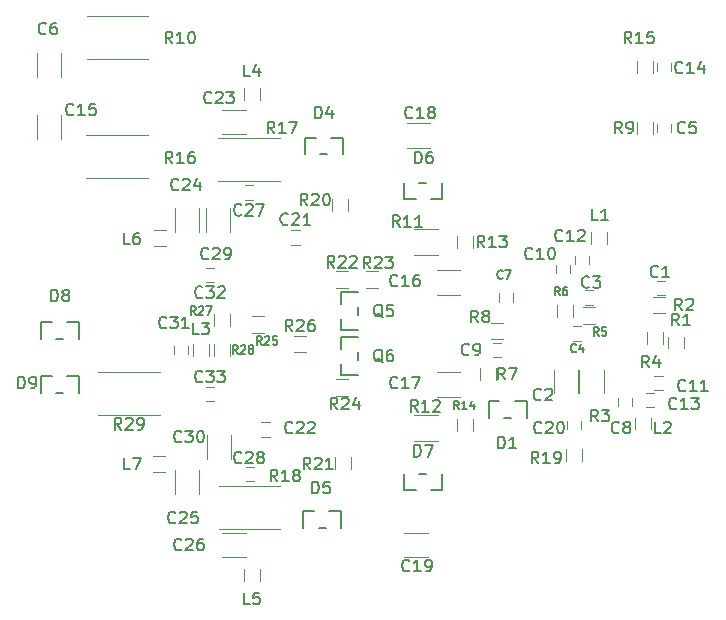
<source format=gto>
G04 #@! TF.FileFunction,Legend,Top*
%FSLAX46Y46*%
G04 Gerber Fmt 4.6, Leading zero omitted, Abs format (unit mm)*
G04 Created by KiCad (PCBNEW 4.0.2-stable) date 29/12/2017 06:51:54*
%MOMM*%
G01*
G04 APERTURE LIST*
%ADD10C,0.100000*%
%ADD11C,0.150000*%
%ADD12C,0.120000*%
G04 APERTURE END LIST*
D10*
D11*
X151684000Y-79564000D02*
X151084000Y-79564000D01*
X149784000Y-79564000D02*
X149784000Y-80964000D01*
X149784000Y-80964000D02*
X150784000Y-80964000D01*
X152084000Y-80964000D02*
X152984000Y-80964000D01*
X152984000Y-80964000D02*
X152984000Y-79564000D01*
X120350000Y-92775000D02*
X120950000Y-92775000D01*
X122250000Y-92775000D02*
X122250000Y-91375000D01*
X122250000Y-91375000D02*
X121250000Y-91375000D01*
X119950000Y-91375000D02*
X119050000Y-91375000D01*
X119050000Y-91375000D02*
X119050000Y-92775000D01*
D12*
X133686000Y-94226000D02*
X133686000Y-93226000D01*
X135046000Y-93226000D02*
X135046000Y-94226000D01*
X170860000Y-74430000D02*
X170860000Y-75430000D01*
X169500000Y-75430000D02*
X169500000Y-74430000D01*
X157320500Y-93126000D02*
X158020500Y-93126000D01*
X158020500Y-94326000D02*
X157320500Y-94326000D01*
X159032500Y-88931000D02*
X159032500Y-89631000D01*
X157832500Y-89631000D02*
X157832500Y-88931000D01*
X171673000Y-97120000D02*
X170973000Y-97120000D01*
X170973000Y-95920000D02*
X171673000Y-95920000D01*
X163858500Y-86518000D02*
X163858500Y-87218000D01*
X162658500Y-87218000D02*
X162658500Y-86518000D01*
X170974500Y-98580500D02*
X170274500Y-98580500D01*
X170274500Y-97380500D02*
X170974500Y-97380500D01*
X133028500Y-81740500D02*
X133028500Y-83740500D01*
X135068500Y-83740500D02*
X135068500Y-81740500D01*
X135132000Y-102917500D02*
X135132000Y-100917500D01*
X133092000Y-100917500D02*
X133092000Y-102917500D01*
X173463500Y-92591000D02*
X173463500Y-93591000D01*
X172103500Y-93591000D02*
X172103500Y-92591000D01*
X170886500Y-89236000D02*
X171886500Y-89236000D01*
X171886500Y-90596000D02*
X170886500Y-90596000D01*
X157170500Y-91458500D02*
X158170500Y-91458500D01*
X158170500Y-92818500D02*
X157170500Y-92818500D01*
X133686000Y-91686000D02*
X133686000Y-90686000D01*
X135046000Y-90686000D02*
X135046000Y-91686000D01*
D11*
X120350000Y-97347000D02*
X120950000Y-97347000D01*
X122250000Y-97347000D02*
X122250000Y-95947000D01*
X122250000Y-95947000D02*
X121250000Y-95947000D01*
X119950000Y-95947000D02*
X119050000Y-95947000D01*
X119050000Y-95947000D02*
X119050000Y-97347000D01*
D12*
X164917500Y-90125000D02*
X165917500Y-90125000D01*
X165917500Y-91485000D02*
X164917500Y-91485000D01*
X171163500Y-87855500D02*
X171863500Y-87855500D01*
X171863500Y-89055500D02*
X171163500Y-89055500D01*
X165067500Y-88681000D02*
X165767500Y-88681000D01*
X165767500Y-89881000D02*
X165067500Y-89881000D01*
X164051500Y-91729000D02*
X164751500Y-91729000D01*
X164751500Y-92929000D02*
X164051500Y-92929000D01*
X172431000Y-74580000D02*
X172431000Y-75280000D01*
X171231000Y-75280000D02*
X171231000Y-74580000D01*
X120717500Y-70596000D02*
X120717500Y-68596000D01*
X118677500Y-68596000D02*
X118677500Y-70596000D01*
X167865500Y-98457500D02*
X167865500Y-97757500D01*
X169065500Y-97757500D02*
X169065500Y-98457500D01*
X165446000Y-85756000D02*
X165446000Y-86456000D01*
X164246000Y-86456000D02*
X164246000Y-85756000D01*
X171231000Y-70136500D02*
X171231000Y-69436500D01*
X172431000Y-69436500D02*
X172431000Y-70136500D01*
X118677500Y-73866500D02*
X118677500Y-75866500D01*
X120717500Y-75866500D02*
X120717500Y-73866500D01*
X154543000Y-86991000D02*
X152543000Y-86991000D01*
X152543000Y-89031000D02*
X154543000Y-89031000D01*
X152543000Y-97667000D02*
X154543000Y-97667000D01*
X154543000Y-95627000D02*
X152543000Y-95627000D01*
X152003000Y-74545000D02*
X150003000Y-74545000D01*
X150003000Y-76585000D02*
X152003000Y-76585000D01*
X151812500Y-109216000D02*
X149812500Y-109216000D01*
X149812500Y-111256000D02*
X151812500Y-111256000D01*
X163611000Y-100426000D02*
X163611000Y-99726000D01*
X164811000Y-99726000D02*
X164811000Y-100426000D01*
X140939000Y-84801000D02*
X140239000Y-84801000D01*
X140239000Y-83601000D02*
X140939000Y-83601000D01*
X137699000Y-99857000D02*
X138399000Y-99857000D01*
X138399000Y-101057000D02*
X137699000Y-101057000D01*
X134382000Y-75442000D02*
X136382000Y-75442000D01*
X136382000Y-73402000D02*
X134382000Y-73402000D01*
X130425000Y-81740500D02*
X130425000Y-83740500D01*
X132465000Y-83740500D02*
X132465000Y-81740500D01*
X132465000Y-105902000D02*
X132465000Y-103902000D01*
X130425000Y-103902000D02*
X130425000Y-105902000D01*
X134382000Y-111256000D02*
X136382000Y-111256000D01*
X136382000Y-109216000D02*
X134382000Y-109216000D01*
X136302000Y-79791000D02*
X137002000Y-79791000D01*
X137002000Y-80991000D02*
X136302000Y-80991000D01*
X136365500Y-103603500D02*
X137065500Y-103603500D01*
X137065500Y-104803500D02*
X136365500Y-104803500D01*
X131537000Y-93376000D02*
X131537000Y-94076000D01*
X130337000Y-94076000D02*
X130337000Y-93376000D01*
X133000000Y-86776000D02*
X133700000Y-86776000D01*
X133700000Y-87976000D02*
X133000000Y-87976000D01*
X133000000Y-96872500D02*
X133700000Y-96872500D01*
X133700000Y-98072500D02*
X133000000Y-98072500D01*
D11*
X142702000Y-77154000D02*
X143302000Y-77154000D01*
X144602000Y-77154000D02*
X144602000Y-75754000D01*
X144602000Y-75754000D02*
X143602000Y-75754000D01*
X142302000Y-75754000D02*
X141402000Y-75754000D01*
X141402000Y-75754000D02*
X141402000Y-77154000D01*
X142575000Y-108777000D02*
X143175000Y-108777000D01*
X144475000Y-108777000D02*
X144475000Y-107377000D01*
X144475000Y-107377000D02*
X143475000Y-107377000D01*
X142175000Y-107377000D02*
X141275000Y-107377000D01*
X141275000Y-107377000D02*
X141275000Y-108777000D01*
X151684000Y-104202000D02*
X151084000Y-104202000D01*
X149784000Y-104202000D02*
X149784000Y-105602000D01*
X149784000Y-105602000D02*
X150784000Y-105602000D01*
X152084000Y-105602000D02*
X152984000Y-105602000D01*
X152984000Y-105602000D02*
X152984000Y-104202000D01*
D12*
X165626500Y-84764500D02*
X165626500Y-83764500D01*
X166986500Y-83764500D02*
X166986500Y-84764500D01*
X169373000Y-100449000D02*
X169373000Y-99449000D01*
X170733000Y-99449000D02*
X170733000Y-100449000D01*
X133268000Y-93226000D02*
X133268000Y-94226000D01*
X131908000Y-94226000D02*
X131908000Y-93226000D01*
X136226000Y-72572500D02*
X136226000Y-71572500D01*
X137586000Y-71572500D02*
X137586000Y-72572500D01*
X136226000Y-113276000D02*
X136226000Y-112276000D01*
X137586000Y-112276000D02*
X137586000Y-113276000D01*
X129595500Y-84944500D02*
X128595500Y-84944500D01*
X128595500Y-83584500D02*
X129595500Y-83584500D01*
X128532000Y-102698000D02*
X129532000Y-102698000D01*
X129532000Y-104058000D02*
X128532000Y-104058000D01*
D11*
X145861000Y-90724000D02*
X145861000Y-90124000D01*
X145861000Y-88824000D02*
X144461000Y-88824000D01*
X144461000Y-88824000D02*
X144461000Y-89824000D01*
X144461000Y-91124000D02*
X144461000Y-92024000D01*
X144461000Y-92024000D02*
X145861000Y-92024000D01*
X145861000Y-94534000D02*
X145861000Y-93934000D01*
X145861000Y-92634000D02*
X144461000Y-92634000D01*
X144461000Y-92634000D02*
X144461000Y-93634000D01*
X144461000Y-94934000D02*
X144461000Y-95834000D01*
X144461000Y-95834000D02*
X145861000Y-95834000D01*
D12*
X166741500Y-95393000D02*
X166741500Y-97393000D01*
X164601500Y-97393000D02*
X164601500Y-95393000D01*
X170325500Y-93210000D02*
X170325500Y-92210000D01*
X171685500Y-92210000D02*
X171685500Y-93210000D01*
X162705500Y-90924000D02*
X162705500Y-89924000D01*
X164065500Y-89924000D02*
X164065500Y-90924000D01*
X156228500Y-96258000D02*
X156228500Y-95258000D01*
X157588500Y-95258000D02*
X157588500Y-96258000D01*
X128139500Y-69066500D02*
X122939500Y-69066500D01*
X122939500Y-65426500D02*
X128139500Y-65426500D01*
X152638000Y-85652000D02*
X150638000Y-85652000D01*
X150638000Y-83512000D02*
X152638000Y-83512000D01*
X150638000Y-99260000D02*
X152638000Y-99260000D01*
X152638000Y-101400000D02*
X150638000Y-101400000D01*
X154260000Y-85082000D02*
X154260000Y-84082000D01*
X155620000Y-84082000D02*
X155620000Y-85082000D01*
X154260000Y-100576000D02*
X154260000Y-99576000D01*
X155620000Y-99576000D02*
X155620000Y-100576000D01*
X169500000Y-70286500D02*
X169500000Y-69286500D01*
X170860000Y-69286500D02*
X170860000Y-70286500D01*
X128076000Y-79163000D02*
X122876000Y-79163000D01*
X122876000Y-75523000D02*
X128076000Y-75523000D01*
X134052000Y-75777000D02*
X139252000Y-75777000D01*
X139252000Y-79417000D02*
X134052000Y-79417000D01*
X139315500Y-108881000D02*
X134115500Y-108881000D01*
X134115500Y-105241000D02*
X139315500Y-105241000D01*
X163531000Y-103116000D02*
X163531000Y-102116000D01*
X164891000Y-102116000D02*
X164891000Y-103116000D01*
X143719000Y-81970500D02*
X143719000Y-80970500D01*
X145079000Y-80970500D02*
X145079000Y-81970500D01*
X143909500Y-103814500D02*
X143909500Y-102814500D01*
X145269500Y-102814500D02*
X145269500Y-103814500D01*
X145026000Y-88437000D02*
X144026000Y-88437000D01*
X144026000Y-87077000D02*
X145026000Y-87077000D01*
X146566000Y-87077000D02*
X147566000Y-87077000D01*
X147566000Y-88437000D02*
X146566000Y-88437000D01*
X145026000Y-97581000D02*
X144026000Y-97581000D01*
X144026000Y-96221000D02*
X145026000Y-96221000D01*
X136914000Y-90887000D02*
X137914000Y-90887000D01*
X137914000Y-92247000D02*
X136914000Y-92247000D01*
X140470000Y-92538000D02*
X141470000Y-92538000D01*
X141470000Y-93898000D02*
X140470000Y-93898000D01*
X123892000Y-95589000D02*
X129092000Y-95589000D01*
X129092000Y-99229000D02*
X123892000Y-99229000D01*
D11*
X158259500Y-99442500D02*
X158859500Y-99442500D01*
X160159500Y-99442500D02*
X160159500Y-98042500D01*
X160159500Y-98042500D02*
X159159500Y-98042500D01*
X157859500Y-98042500D02*
X156959500Y-98042500D01*
X156959500Y-98042500D02*
X156959500Y-99442500D01*
D12*
X162492500Y-95393000D02*
X162492500Y-97393000D01*
X164532500Y-97393000D02*
X164532500Y-95393000D01*
D11*
X150709405Y-77922381D02*
X150709405Y-76922381D01*
X150947500Y-76922381D01*
X151090358Y-76970000D01*
X151185596Y-77065238D01*
X151233215Y-77160476D01*
X151280834Y-77350952D01*
X151280834Y-77493810D01*
X151233215Y-77684286D01*
X151185596Y-77779524D01*
X151090358Y-77874762D01*
X150947500Y-77922381D01*
X150709405Y-77922381D01*
X152137977Y-76922381D02*
X151947500Y-76922381D01*
X151852262Y-76970000D01*
X151804643Y-77017619D01*
X151709405Y-77160476D01*
X151661786Y-77350952D01*
X151661786Y-77731905D01*
X151709405Y-77827143D01*
X151757024Y-77874762D01*
X151852262Y-77922381D01*
X152042739Y-77922381D01*
X152137977Y-77874762D01*
X152185596Y-77827143D01*
X152233215Y-77731905D01*
X152233215Y-77493810D01*
X152185596Y-77398571D01*
X152137977Y-77350952D01*
X152042739Y-77303333D01*
X151852262Y-77303333D01*
X151757024Y-77350952D01*
X151709405Y-77398571D01*
X151661786Y-77493810D01*
X119911905Y-89606381D02*
X119911905Y-88606381D01*
X120150000Y-88606381D01*
X120292858Y-88654000D01*
X120388096Y-88749238D01*
X120435715Y-88844476D01*
X120483334Y-89034952D01*
X120483334Y-89177810D01*
X120435715Y-89368286D01*
X120388096Y-89463524D01*
X120292858Y-89558762D01*
X120150000Y-89606381D01*
X119911905Y-89606381D01*
X121054762Y-89034952D02*
X120959524Y-88987333D01*
X120911905Y-88939714D01*
X120864286Y-88844476D01*
X120864286Y-88796857D01*
X120911905Y-88701619D01*
X120959524Y-88654000D01*
X121054762Y-88606381D01*
X121245239Y-88606381D01*
X121340477Y-88654000D01*
X121388096Y-88701619D01*
X121435715Y-88796857D01*
X121435715Y-88844476D01*
X121388096Y-88939714D01*
X121340477Y-88987333D01*
X121245239Y-89034952D01*
X121054762Y-89034952D01*
X120959524Y-89082571D01*
X120911905Y-89130190D01*
X120864286Y-89225429D01*
X120864286Y-89415905D01*
X120911905Y-89511143D01*
X120959524Y-89558762D01*
X121054762Y-89606381D01*
X121245239Y-89606381D01*
X121340477Y-89558762D01*
X121388096Y-89511143D01*
X121435715Y-89415905D01*
X121435715Y-89225429D01*
X121388096Y-89130190D01*
X121340477Y-89082571D01*
X121245239Y-89034952D01*
X135694000Y-94042667D02*
X135460666Y-93709333D01*
X135294000Y-94042667D02*
X135294000Y-93342667D01*
X135560666Y-93342667D01*
X135627333Y-93376000D01*
X135660666Y-93409333D01*
X135694000Y-93476000D01*
X135694000Y-93576000D01*
X135660666Y-93642667D01*
X135627333Y-93676000D01*
X135560666Y-93709333D01*
X135294000Y-93709333D01*
X135960666Y-93409333D02*
X135994000Y-93376000D01*
X136060666Y-93342667D01*
X136227333Y-93342667D01*
X136294000Y-93376000D01*
X136327333Y-93409333D01*
X136360666Y-93476000D01*
X136360666Y-93542667D01*
X136327333Y-93642667D01*
X135927333Y-94042667D01*
X136360666Y-94042667D01*
X136760667Y-93642667D02*
X136694000Y-93609333D01*
X136660667Y-93576000D01*
X136627333Y-93509333D01*
X136627333Y-93476000D01*
X136660667Y-93409333D01*
X136694000Y-93376000D01*
X136760667Y-93342667D01*
X136894000Y-93342667D01*
X136960667Y-93376000D01*
X136994000Y-93409333D01*
X137027333Y-93476000D01*
X137027333Y-93509333D01*
X136994000Y-93576000D01*
X136960667Y-93609333D01*
X136894000Y-93642667D01*
X136760667Y-93642667D01*
X136694000Y-93676000D01*
X136660667Y-93709333D01*
X136627333Y-93776000D01*
X136627333Y-93909333D01*
X136660667Y-93976000D01*
X136694000Y-94009333D01*
X136760667Y-94042667D01*
X136894000Y-94042667D01*
X136960667Y-94009333D01*
X136994000Y-93976000D01*
X137027333Y-93909333D01*
X137027333Y-93776000D01*
X136994000Y-93709333D01*
X136960667Y-93676000D01*
X136894000Y-93642667D01*
X168235334Y-75382381D02*
X167902000Y-74906190D01*
X167663905Y-75382381D02*
X167663905Y-74382381D01*
X168044858Y-74382381D01*
X168140096Y-74430000D01*
X168187715Y-74477619D01*
X168235334Y-74572857D01*
X168235334Y-74715714D01*
X168187715Y-74810952D01*
X168140096Y-74858571D01*
X168044858Y-74906190D01*
X167663905Y-74906190D01*
X168711524Y-75382381D02*
X168902000Y-75382381D01*
X168997239Y-75334762D01*
X169044858Y-75287143D01*
X169140096Y-75144286D01*
X169187715Y-74953810D01*
X169187715Y-74572857D01*
X169140096Y-74477619D01*
X169092477Y-74430000D01*
X168997239Y-74382381D01*
X168806762Y-74382381D01*
X168711524Y-74430000D01*
X168663905Y-74477619D01*
X168616286Y-74572857D01*
X168616286Y-74810952D01*
X168663905Y-74906190D01*
X168711524Y-74953810D01*
X168806762Y-75001429D01*
X168997239Y-75001429D01*
X169092477Y-74953810D01*
X169140096Y-74906190D01*
X169187715Y-74810952D01*
X155281334Y-94083143D02*
X155233715Y-94130762D01*
X155090858Y-94178381D01*
X154995620Y-94178381D01*
X154852762Y-94130762D01*
X154757524Y-94035524D01*
X154709905Y-93940286D01*
X154662286Y-93749810D01*
X154662286Y-93606952D01*
X154709905Y-93416476D01*
X154757524Y-93321238D01*
X154852762Y-93226000D01*
X154995620Y-93178381D01*
X155090858Y-93178381D01*
X155233715Y-93226000D01*
X155281334Y-93273619D01*
X155757524Y-94178381D02*
X155948000Y-94178381D01*
X156043239Y-94130762D01*
X156090858Y-94083143D01*
X156186096Y-93940286D01*
X156233715Y-93749810D01*
X156233715Y-93368857D01*
X156186096Y-93273619D01*
X156138477Y-93226000D01*
X156043239Y-93178381D01*
X155852762Y-93178381D01*
X155757524Y-93226000D01*
X155709905Y-93273619D01*
X155662286Y-93368857D01*
X155662286Y-93606952D01*
X155709905Y-93702190D01*
X155757524Y-93749810D01*
X155852762Y-93797429D01*
X156043239Y-93797429D01*
X156138477Y-93749810D01*
X156186096Y-93702190D01*
X156233715Y-93606952D01*
X158125334Y-87626000D02*
X158092000Y-87659333D01*
X157992000Y-87692667D01*
X157925334Y-87692667D01*
X157825334Y-87659333D01*
X157758667Y-87592667D01*
X157725334Y-87526000D01*
X157692000Y-87392667D01*
X157692000Y-87292667D01*
X157725334Y-87159333D01*
X157758667Y-87092667D01*
X157825334Y-87026000D01*
X157925334Y-86992667D01*
X157992000Y-86992667D01*
X158092000Y-87026000D01*
X158125334Y-87059333D01*
X158358667Y-86992667D02*
X158825334Y-86992667D01*
X158525334Y-87692667D01*
X173601143Y-97131143D02*
X173553524Y-97178762D01*
X173410667Y-97226381D01*
X173315429Y-97226381D01*
X173172571Y-97178762D01*
X173077333Y-97083524D01*
X173029714Y-96988286D01*
X172982095Y-96797810D01*
X172982095Y-96654952D01*
X173029714Y-96464476D01*
X173077333Y-96369238D01*
X173172571Y-96274000D01*
X173315429Y-96226381D01*
X173410667Y-96226381D01*
X173553524Y-96274000D01*
X173601143Y-96321619D01*
X174553524Y-97226381D02*
X173982095Y-97226381D01*
X174267809Y-97226381D02*
X174267809Y-96226381D01*
X174172571Y-96369238D01*
X174077333Y-96464476D01*
X173982095Y-96512095D01*
X175505905Y-97226381D02*
X174934476Y-97226381D01*
X175220190Y-97226381D02*
X175220190Y-96226381D01*
X175124952Y-96369238D01*
X175029714Y-96464476D01*
X174934476Y-96512095D01*
X160647143Y-85955143D02*
X160599524Y-86002762D01*
X160456667Y-86050381D01*
X160361429Y-86050381D01*
X160218571Y-86002762D01*
X160123333Y-85907524D01*
X160075714Y-85812286D01*
X160028095Y-85621810D01*
X160028095Y-85478952D01*
X160075714Y-85288476D01*
X160123333Y-85193238D01*
X160218571Y-85098000D01*
X160361429Y-85050381D01*
X160456667Y-85050381D01*
X160599524Y-85098000D01*
X160647143Y-85145619D01*
X161599524Y-86050381D02*
X161028095Y-86050381D01*
X161313809Y-86050381D02*
X161313809Y-85050381D01*
X161218571Y-85193238D01*
X161123333Y-85288476D01*
X161028095Y-85336095D01*
X162218571Y-85050381D02*
X162313810Y-85050381D01*
X162409048Y-85098000D01*
X162456667Y-85145619D01*
X162504286Y-85240857D01*
X162551905Y-85431333D01*
X162551905Y-85669429D01*
X162504286Y-85859905D01*
X162456667Y-85955143D01*
X162409048Y-86002762D01*
X162313810Y-86050381D01*
X162218571Y-86050381D01*
X162123333Y-86002762D01*
X162075714Y-85955143D01*
X162028095Y-85859905D01*
X161980476Y-85669429D01*
X161980476Y-85431333D01*
X162028095Y-85240857D01*
X162075714Y-85145619D01*
X162123333Y-85098000D01*
X162218571Y-85050381D01*
X172839143Y-98655143D02*
X172791524Y-98702762D01*
X172648667Y-98750381D01*
X172553429Y-98750381D01*
X172410571Y-98702762D01*
X172315333Y-98607524D01*
X172267714Y-98512286D01*
X172220095Y-98321810D01*
X172220095Y-98178952D01*
X172267714Y-97988476D01*
X172315333Y-97893238D01*
X172410571Y-97798000D01*
X172553429Y-97750381D01*
X172648667Y-97750381D01*
X172791524Y-97798000D01*
X172839143Y-97845619D01*
X173791524Y-98750381D02*
X173220095Y-98750381D01*
X173505809Y-98750381D02*
X173505809Y-97750381D01*
X173410571Y-97893238D01*
X173315333Y-97988476D01*
X173220095Y-98036095D01*
X174124857Y-97750381D02*
X174743905Y-97750381D01*
X174410571Y-98131333D01*
X174553429Y-98131333D01*
X174648667Y-98178952D01*
X174696286Y-98226571D01*
X174743905Y-98321810D01*
X174743905Y-98559905D01*
X174696286Y-98655143D01*
X174648667Y-98702762D01*
X174553429Y-98750381D01*
X174267714Y-98750381D01*
X174172476Y-98702762D01*
X174124857Y-98655143D01*
X133215143Y-85955143D02*
X133167524Y-86002762D01*
X133024667Y-86050381D01*
X132929429Y-86050381D01*
X132786571Y-86002762D01*
X132691333Y-85907524D01*
X132643714Y-85812286D01*
X132596095Y-85621810D01*
X132596095Y-85478952D01*
X132643714Y-85288476D01*
X132691333Y-85193238D01*
X132786571Y-85098000D01*
X132929429Y-85050381D01*
X133024667Y-85050381D01*
X133167524Y-85098000D01*
X133215143Y-85145619D01*
X133596095Y-85145619D02*
X133643714Y-85098000D01*
X133738952Y-85050381D01*
X133977048Y-85050381D01*
X134072286Y-85098000D01*
X134119905Y-85145619D01*
X134167524Y-85240857D01*
X134167524Y-85336095D01*
X134119905Y-85478952D01*
X133548476Y-86050381D01*
X134167524Y-86050381D01*
X134643714Y-86050381D02*
X134834190Y-86050381D01*
X134929429Y-86002762D01*
X134977048Y-85955143D01*
X135072286Y-85812286D01*
X135119905Y-85621810D01*
X135119905Y-85240857D01*
X135072286Y-85145619D01*
X135024667Y-85098000D01*
X134929429Y-85050381D01*
X134738952Y-85050381D01*
X134643714Y-85098000D01*
X134596095Y-85145619D01*
X134548476Y-85240857D01*
X134548476Y-85478952D01*
X134596095Y-85574190D01*
X134643714Y-85621810D01*
X134738952Y-85669429D01*
X134929429Y-85669429D01*
X135024667Y-85621810D01*
X135072286Y-85574190D01*
X135119905Y-85478952D01*
X130929143Y-101449143D02*
X130881524Y-101496762D01*
X130738667Y-101544381D01*
X130643429Y-101544381D01*
X130500571Y-101496762D01*
X130405333Y-101401524D01*
X130357714Y-101306286D01*
X130310095Y-101115810D01*
X130310095Y-100972952D01*
X130357714Y-100782476D01*
X130405333Y-100687238D01*
X130500571Y-100592000D01*
X130643429Y-100544381D01*
X130738667Y-100544381D01*
X130881524Y-100592000D01*
X130929143Y-100639619D01*
X131262476Y-100544381D02*
X131881524Y-100544381D01*
X131548190Y-100925333D01*
X131691048Y-100925333D01*
X131786286Y-100972952D01*
X131833905Y-101020571D01*
X131881524Y-101115810D01*
X131881524Y-101353905D01*
X131833905Y-101449143D01*
X131786286Y-101496762D01*
X131691048Y-101544381D01*
X131405333Y-101544381D01*
X131310095Y-101496762D01*
X131262476Y-101449143D01*
X132500571Y-100544381D02*
X132595810Y-100544381D01*
X132691048Y-100592000D01*
X132738667Y-100639619D01*
X132786286Y-100734857D01*
X132833905Y-100925333D01*
X132833905Y-101163429D01*
X132786286Y-101353905D01*
X132738667Y-101449143D01*
X132691048Y-101496762D01*
X132595810Y-101544381D01*
X132500571Y-101544381D01*
X132405333Y-101496762D01*
X132357714Y-101449143D01*
X132310095Y-101353905D01*
X132262476Y-101163429D01*
X132262476Y-100925333D01*
X132310095Y-100734857D01*
X132357714Y-100639619D01*
X132405333Y-100592000D01*
X132500571Y-100544381D01*
X173061334Y-91638381D02*
X172728000Y-91162190D01*
X172489905Y-91638381D02*
X172489905Y-90638381D01*
X172870858Y-90638381D01*
X172966096Y-90686000D01*
X173013715Y-90733619D01*
X173061334Y-90828857D01*
X173061334Y-90971714D01*
X173013715Y-91066952D01*
X172966096Y-91114571D01*
X172870858Y-91162190D01*
X172489905Y-91162190D01*
X174013715Y-91638381D02*
X173442286Y-91638381D01*
X173728000Y-91638381D02*
X173728000Y-90638381D01*
X173632762Y-90781238D01*
X173537524Y-90876476D01*
X173442286Y-90924095D01*
X173315334Y-90368381D02*
X172982000Y-89892190D01*
X172743905Y-90368381D02*
X172743905Y-89368381D01*
X173124858Y-89368381D01*
X173220096Y-89416000D01*
X173267715Y-89463619D01*
X173315334Y-89558857D01*
X173315334Y-89701714D01*
X173267715Y-89796952D01*
X173220096Y-89844571D01*
X173124858Y-89892190D01*
X172743905Y-89892190D01*
X173696286Y-89463619D02*
X173743905Y-89416000D01*
X173839143Y-89368381D01*
X174077239Y-89368381D01*
X174172477Y-89416000D01*
X174220096Y-89463619D01*
X174267715Y-89558857D01*
X174267715Y-89654095D01*
X174220096Y-89796952D01*
X173648667Y-90368381D01*
X174267715Y-90368381D01*
X156043334Y-91384381D02*
X155710000Y-90908190D01*
X155471905Y-91384381D02*
X155471905Y-90384381D01*
X155852858Y-90384381D01*
X155948096Y-90432000D01*
X155995715Y-90479619D01*
X156043334Y-90574857D01*
X156043334Y-90717714D01*
X155995715Y-90812952D01*
X155948096Y-90860571D01*
X155852858Y-90908190D01*
X155471905Y-90908190D01*
X156614762Y-90812952D02*
X156519524Y-90765333D01*
X156471905Y-90717714D01*
X156424286Y-90622476D01*
X156424286Y-90574857D01*
X156471905Y-90479619D01*
X156519524Y-90432000D01*
X156614762Y-90384381D01*
X156805239Y-90384381D01*
X156900477Y-90432000D01*
X156948096Y-90479619D01*
X156995715Y-90574857D01*
X156995715Y-90622476D01*
X156948096Y-90717714D01*
X156900477Y-90765333D01*
X156805239Y-90812952D01*
X156614762Y-90812952D01*
X156519524Y-90860571D01*
X156471905Y-90908190D01*
X156424286Y-91003429D01*
X156424286Y-91193905D01*
X156471905Y-91289143D01*
X156519524Y-91336762D01*
X156614762Y-91384381D01*
X156805239Y-91384381D01*
X156900477Y-91336762D01*
X156948096Y-91289143D01*
X156995715Y-91193905D01*
X156995715Y-91003429D01*
X156948096Y-90908190D01*
X156900477Y-90860571D01*
X156805239Y-90812952D01*
X132138000Y-90740667D02*
X131904666Y-90407333D01*
X131738000Y-90740667D02*
X131738000Y-90040667D01*
X132004666Y-90040667D01*
X132071333Y-90074000D01*
X132104666Y-90107333D01*
X132138000Y-90174000D01*
X132138000Y-90274000D01*
X132104666Y-90340667D01*
X132071333Y-90374000D01*
X132004666Y-90407333D01*
X131738000Y-90407333D01*
X132404666Y-90107333D02*
X132438000Y-90074000D01*
X132504666Y-90040667D01*
X132671333Y-90040667D01*
X132738000Y-90074000D01*
X132771333Y-90107333D01*
X132804666Y-90174000D01*
X132804666Y-90240667D01*
X132771333Y-90340667D01*
X132371333Y-90740667D01*
X132804666Y-90740667D01*
X133038000Y-90040667D02*
X133504667Y-90040667D01*
X133204667Y-90740667D01*
X117117905Y-96972381D02*
X117117905Y-95972381D01*
X117356000Y-95972381D01*
X117498858Y-96020000D01*
X117594096Y-96115238D01*
X117641715Y-96210476D01*
X117689334Y-96400952D01*
X117689334Y-96543810D01*
X117641715Y-96734286D01*
X117594096Y-96829524D01*
X117498858Y-96924762D01*
X117356000Y-96972381D01*
X117117905Y-96972381D01*
X118165524Y-96972381D02*
X118356000Y-96972381D01*
X118451239Y-96924762D01*
X118498858Y-96877143D01*
X118594096Y-96734286D01*
X118641715Y-96543810D01*
X118641715Y-96162857D01*
X118594096Y-96067619D01*
X118546477Y-96020000D01*
X118451239Y-95972381D01*
X118260762Y-95972381D01*
X118165524Y-96020000D01*
X118117905Y-96067619D01*
X118070286Y-96162857D01*
X118070286Y-96400952D01*
X118117905Y-96496190D01*
X118165524Y-96543810D01*
X118260762Y-96591429D01*
X118451239Y-96591429D01*
X118546477Y-96543810D01*
X118594096Y-96496190D01*
X118641715Y-96400952D01*
X166253334Y-92518667D02*
X166020000Y-92185333D01*
X165853334Y-92518667D02*
X165853334Y-91818667D01*
X166120000Y-91818667D01*
X166186667Y-91852000D01*
X166220000Y-91885333D01*
X166253334Y-91952000D01*
X166253334Y-92052000D01*
X166220000Y-92118667D01*
X166186667Y-92152000D01*
X166120000Y-92185333D01*
X165853334Y-92185333D01*
X166886667Y-91818667D02*
X166553334Y-91818667D01*
X166520000Y-92152000D01*
X166553334Y-92118667D01*
X166620000Y-92085333D01*
X166786667Y-92085333D01*
X166853334Y-92118667D01*
X166886667Y-92152000D01*
X166920000Y-92218667D01*
X166920000Y-92385333D01*
X166886667Y-92452000D01*
X166853334Y-92485333D01*
X166786667Y-92518667D01*
X166620000Y-92518667D01*
X166553334Y-92485333D01*
X166520000Y-92452000D01*
X171283334Y-87479143D02*
X171235715Y-87526762D01*
X171092858Y-87574381D01*
X170997620Y-87574381D01*
X170854762Y-87526762D01*
X170759524Y-87431524D01*
X170711905Y-87336286D01*
X170664286Y-87145810D01*
X170664286Y-87002952D01*
X170711905Y-86812476D01*
X170759524Y-86717238D01*
X170854762Y-86622000D01*
X170997620Y-86574381D01*
X171092858Y-86574381D01*
X171235715Y-86622000D01*
X171283334Y-86669619D01*
X172235715Y-87574381D02*
X171664286Y-87574381D01*
X171950000Y-87574381D02*
X171950000Y-86574381D01*
X171854762Y-86717238D01*
X171759524Y-86812476D01*
X171664286Y-86860095D01*
X165441334Y-88368143D02*
X165393715Y-88415762D01*
X165250858Y-88463381D01*
X165155620Y-88463381D01*
X165012762Y-88415762D01*
X164917524Y-88320524D01*
X164869905Y-88225286D01*
X164822286Y-88034810D01*
X164822286Y-87891952D01*
X164869905Y-87701476D01*
X164917524Y-87606238D01*
X165012762Y-87511000D01*
X165155620Y-87463381D01*
X165250858Y-87463381D01*
X165393715Y-87511000D01*
X165441334Y-87558619D01*
X165774667Y-87463381D02*
X166393715Y-87463381D01*
X166060381Y-87844333D01*
X166203239Y-87844333D01*
X166298477Y-87891952D01*
X166346096Y-87939571D01*
X166393715Y-88034810D01*
X166393715Y-88272905D01*
X166346096Y-88368143D01*
X166298477Y-88415762D01*
X166203239Y-88463381D01*
X165917524Y-88463381D01*
X165822286Y-88415762D01*
X165774667Y-88368143D01*
X164348334Y-93849000D02*
X164315000Y-93882333D01*
X164215000Y-93915667D01*
X164148334Y-93915667D01*
X164048334Y-93882333D01*
X163981667Y-93815667D01*
X163948334Y-93749000D01*
X163915000Y-93615667D01*
X163915000Y-93515667D01*
X163948334Y-93382333D01*
X163981667Y-93315667D01*
X164048334Y-93249000D01*
X164148334Y-93215667D01*
X164215000Y-93215667D01*
X164315000Y-93249000D01*
X164348334Y-93282333D01*
X164948334Y-93449000D02*
X164948334Y-93915667D01*
X164781667Y-93182333D02*
X164615000Y-93682333D01*
X165048334Y-93682333D01*
X173569334Y-75287143D02*
X173521715Y-75334762D01*
X173378858Y-75382381D01*
X173283620Y-75382381D01*
X173140762Y-75334762D01*
X173045524Y-75239524D01*
X172997905Y-75144286D01*
X172950286Y-74953810D01*
X172950286Y-74810952D01*
X172997905Y-74620476D01*
X173045524Y-74525238D01*
X173140762Y-74430000D01*
X173283620Y-74382381D01*
X173378858Y-74382381D01*
X173521715Y-74430000D01*
X173569334Y-74477619D01*
X174474096Y-74382381D02*
X173997905Y-74382381D01*
X173950286Y-74858571D01*
X173997905Y-74810952D01*
X174093143Y-74763333D01*
X174331239Y-74763333D01*
X174426477Y-74810952D01*
X174474096Y-74858571D01*
X174521715Y-74953810D01*
X174521715Y-75191905D01*
X174474096Y-75287143D01*
X174426477Y-75334762D01*
X174331239Y-75382381D01*
X174093143Y-75382381D01*
X173997905Y-75334762D01*
X173950286Y-75287143D01*
X119467334Y-66905143D02*
X119419715Y-66952762D01*
X119276858Y-67000381D01*
X119181620Y-67000381D01*
X119038762Y-66952762D01*
X118943524Y-66857524D01*
X118895905Y-66762286D01*
X118848286Y-66571810D01*
X118848286Y-66428952D01*
X118895905Y-66238476D01*
X118943524Y-66143238D01*
X119038762Y-66048000D01*
X119181620Y-66000381D01*
X119276858Y-66000381D01*
X119419715Y-66048000D01*
X119467334Y-66095619D01*
X120324477Y-66000381D02*
X120134000Y-66000381D01*
X120038762Y-66048000D01*
X119991143Y-66095619D01*
X119895905Y-66238476D01*
X119848286Y-66428952D01*
X119848286Y-66809905D01*
X119895905Y-66905143D01*
X119943524Y-66952762D01*
X120038762Y-67000381D01*
X120229239Y-67000381D01*
X120324477Y-66952762D01*
X120372096Y-66905143D01*
X120419715Y-66809905D01*
X120419715Y-66571810D01*
X120372096Y-66476571D01*
X120324477Y-66428952D01*
X120229239Y-66381333D01*
X120038762Y-66381333D01*
X119943524Y-66428952D01*
X119895905Y-66476571D01*
X119848286Y-66571810D01*
X167981334Y-100687143D02*
X167933715Y-100734762D01*
X167790858Y-100782381D01*
X167695620Y-100782381D01*
X167552762Y-100734762D01*
X167457524Y-100639524D01*
X167409905Y-100544286D01*
X167362286Y-100353810D01*
X167362286Y-100210952D01*
X167409905Y-100020476D01*
X167457524Y-99925238D01*
X167552762Y-99830000D01*
X167695620Y-99782381D01*
X167790858Y-99782381D01*
X167933715Y-99830000D01*
X167981334Y-99877619D01*
X168552762Y-100210952D02*
X168457524Y-100163333D01*
X168409905Y-100115714D01*
X168362286Y-100020476D01*
X168362286Y-99972857D01*
X168409905Y-99877619D01*
X168457524Y-99830000D01*
X168552762Y-99782381D01*
X168743239Y-99782381D01*
X168838477Y-99830000D01*
X168886096Y-99877619D01*
X168933715Y-99972857D01*
X168933715Y-100020476D01*
X168886096Y-100115714D01*
X168838477Y-100163333D01*
X168743239Y-100210952D01*
X168552762Y-100210952D01*
X168457524Y-100258571D01*
X168409905Y-100306190D01*
X168362286Y-100401429D01*
X168362286Y-100591905D01*
X168409905Y-100687143D01*
X168457524Y-100734762D01*
X168552762Y-100782381D01*
X168743239Y-100782381D01*
X168838477Y-100734762D01*
X168886096Y-100687143D01*
X168933715Y-100591905D01*
X168933715Y-100401429D01*
X168886096Y-100306190D01*
X168838477Y-100258571D01*
X168743239Y-100210952D01*
X163187143Y-84431143D02*
X163139524Y-84478762D01*
X162996667Y-84526381D01*
X162901429Y-84526381D01*
X162758571Y-84478762D01*
X162663333Y-84383524D01*
X162615714Y-84288286D01*
X162568095Y-84097810D01*
X162568095Y-83954952D01*
X162615714Y-83764476D01*
X162663333Y-83669238D01*
X162758571Y-83574000D01*
X162901429Y-83526381D01*
X162996667Y-83526381D01*
X163139524Y-83574000D01*
X163187143Y-83621619D01*
X164139524Y-84526381D02*
X163568095Y-84526381D01*
X163853809Y-84526381D02*
X163853809Y-83526381D01*
X163758571Y-83669238D01*
X163663333Y-83764476D01*
X163568095Y-83812095D01*
X164520476Y-83621619D02*
X164568095Y-83574000D01*
X164663333Y-83526381D01*
X164901429Y-83526381D01*
X164996667Y-83574000D01*
X165044286Y-83621619D01*
X165091905Y-83716857D01*
X165091905Y-83812095D01*
X165044286Y-83954952D01*
X164472857Y-84526381D01*
X165091905Y-84526381D01*
X173347143Y-70207143D02*
X173299524Y-70254762D01*
X173156667Y-70302381D01*
X173061429Y-70302381D01*
X172918571Y-70254762D01*
X172823333Y-70159524D01*
X172775714Y-70064286D01*
X172728095Y-69873810D01*
X172728095Y-69730952D01*
X172775714Y-69540476D01*
X172823333Y-69445238D01*
X172918571Y-69350000D01*
X173061429Y-69302381D01*
X173156667Y-69302381D01*
X173299524Y-69350000D01*
X173347143Y-69397619D01*
X174299524Y-70302381D02*
X173728095Y-70302381D01*
X174013809Y-70302381D02*
X174013809Y-69302381D01*
X173918571Y-69445238D01*
X173823333Y-69540476D01*
X173728095Y-69588095D01*
X175156667Y-69635714D02*
X175156667Y-70302381D01*
X174918571Y-69254762D02*
X174680476Y-69969048D01*
X175299524Y-69969048D01*
X121785143Y-73763143D02*
X121737524Y-73810762D01*
X121594667Y-73858381D01*
X121499429Y-73858381D01*
X121356571Y-73810762D01*
X121261333Y-73715524D01*
X121213714Y-73620286D01*
X121166095Y-73429810D01*
X121166095Y-73286952D01*
X121213714Y-73096476D01*
X121261333Y-73001238D01*
X121356571Y-72906000D01*
X121499429Y-72858381D01*
X121594667Y-72858381D01*
X121737524Y-72906000D01*
X121785143Y-72953619D01*
X122737524Y-73858381D02*
X122166095Y-73858381D01*
X122451809Y-73858381D02*
X122451809Y-72858381D01*
X122356571Y-73001238D01*
X122261333Y-73096476D01*
X122166095Y-73144095D01*
X123642286Y-72858381D02*
X123166095Y-72858381D01*
X123118476Y-73334571D01*
X123166095Y-73286952D01*
X123261333Y-73239333D01*
X123499429Y-73239333D01*
X123594667Y-73286952D01*
X123642286Y-73334571D01*
X123689905Y-73429810D01*
X123689905Y-73667905D01*
X123642286Y-73763143D01*
X123594667Y-73810762D01*
X123499429Y-73858381D01*
X123261333Y-73858381D01*
X123166095Y-73810762D01*
X123118476Y-73763143D01*
X149217143Y-88241143D02*
X149169524Y-88288762D01*
X149026667Y-88336381D01*
X148931429Y-88336381D01*
X148788571Y-88288762D01*
X148693333Y-88193524D01*
X148645714Y-88098286D01*
X148598095Y-87907810D01*
X148598095Y-87764952D01*
X148645714Y-87574476D01*
X148693333Y-87479238D01*
X148788571Y-87384000D01*
X148931429Y-87336381D01*
X149026667Y-87336381D01*
X149169524Y-87384000D01*
X149217143Y-87431619D01*
X150169524Y-88336381D02*
X149598095Y-88336381D01*
X149883809Y-88336381D02*
X149883809Y-87336381D01*
X149788571Y-87479238D01*
X149693333Y-87574476D01*
X149598095Y-87622095D01*
X151026667Y-87336381D02*
X150836190Y-87336381D01*
X150740952Y-87384000D01*
X150693333Y-87431619D01*
X150598095Y-87574476D01*
X150550476Y-87764952D01*
X150550476Y-88145905D01*
X150598095Y-88241143D01*
X150645714Y-88288762D01*
X150740952Y-88336381D01*
X150931429Y-88336381D01*
X151026667Y-88288762D01*
X151074286Y-88241143D01*
X151121905Y-88145905D01*
X151121905Y-87907810D01*
X151074286Y-87812571D01*
X151026667Y-87764952D01*
X150931429Y-87717333D01*
X150740952Y-87717333D01*
X150645714Y-87764952D01*
X150598095Y-87812571D01*
X150550476Y-87907810D01*
X149217143Y-96877143D02*
X149169524Y-96924762D01*
X149026667Y-96972381D01*
X148931429Y-96972381D01*
X148788571Y-96924762D01*
X148693333Y-96829524D01*
X148645714Y-96734286D01*
X148598095Y-96543810D01*
X148598095Y-96400952D01*
X148645714Y-96210476D01*
X148693333Y-96115238D01*
X148788571Y-96020000D01*
X148931429Y-95972381D01*
X149026667Y-95972381D01*
X149169524Y-96020000D01*
X149217143Y-96067619D01*
X150169524Y-96972381D02*
X149598095Y-96972381D01*
X149883809Y-96972381D02*
X149883809Y-95972381D01*
X149788571Y-96115238D01*
X149693333Y-96210476D01*
X149598095Y-96258095D01*
X150502857Y-95972381D02*
X151169524Y-95972381D01*
X150740952Y-96972381D01*
X150487143Y-74017143D02*
X150439524Y-74064762D01*
X150296667Y-74112381D01*
X150201429Y-74112381D01*
X150058571Y-74064762D01*
X149963333Y-73969524D01*
X149915714Y-73874286D01*
X149868095Y-73683810D01*
X149868095Y-73540952D01*
X149915714Y-73350476D01*
X149963333Y-73255238D01*
X150058571Y-73160000D01*
X150201429Y-73112381D01*
X150296667Y-73112381D01*
X150439524Y-73160000D01*
X150487143Y-73207619D01*
X151439524Y-74112381D02*
X150868095Y-74112381D01*
X151153809Y-74112381D02*
X151153809Y-73112381D01*
X151058571Y-73255238D01*
X150963333Y-73350476D01*
X150868095Y-73398095D01*
X152010952Y-73540952D02*
X151915714Y-73493333D01*
X151868095Y-73445714D01*
X151820476Y-73350476D01*
X151820476Y-73302857D01*
X151868095Y-73207619D01*
X151915714Y-73160000D01*
X152010952Y-73112381D01*
X152201429Y-73112381D01*
X152296667Y-73160000D01*
X152344286Y-73207619D01*
X152391905Y-73302857D01*
X152391905Y-73350476D01*
X152344286Y-73445714D01*
X152296667Y-73493333D01*
X152201429Y-73540952D01*
X152010952Y-73540952D01*
X151915714Y-73588571D01*
X151868095Y-73636190D01*
X151820476Y-73731429D01*
X151820476Y-73921905D01*
X151868095Y-74017143D01*
X151915714Y-74064762D01*
X152010952Y-74112381D01*
X152201429Y-74112381D01*
X152296667Y-74064762D01*
X152344286Y-74017143D01*
X152391905Y-73921905D01*
X152391905Y-73731429D01*
X152344286Y-73636190D01*
X152296667Y-73588571D01*
X152201429Y-73540952D01*
X150233143Y-112371143D02*
X150185524Y-112418762D01*
X150042667Y-112466381D01*
X149947429Y-112466381D01*
X149804571Y-112418762D01*
X149709333Y-112323524D01*
X149661714Y-112228286D01*
X149614095Y-112037810D01*
X149614095Y-111894952D01*
X149661714Y-111704476D01*
X149709333Y-111609238D01*
X149804571Y-111514000D01*
X149947429Y-111466381D01*
X150042667Y-111466381D01*
X150185524Y-111514000D01*
X150233143Y-111561619D01*
X151185524Y-112466381D02*
X150614095Y-112466381D01*
X150899809Y-112466381D02*
X150899809Y-111466381D01*
X150804571Y-111609238D01*
X150709333Y-111704476D01*
X150614095Y-111752095D01*
X151661714Y-112466381D02*
X151852190Y-112466381D01*
X151947429Y-112418762D01*
X151995048Y-112371143D01*
X152090286Y-112228286D01*
X152137905Y-112037810D01*
X152137905Y-111656857D01*
X152090286Y-111561619D01*
X152042667Y-111514000D01*
X151947429Y-111466381D01*
X151756952Y-111466381D01*
X151661714Y-111514000D01*
X151614095Y-111561619D01*
X151566476Y-111656857D01*
X151566476Y-111894952D01*
X151614095Y-111990190D01*
X151661714Y-112037810D01*
X151756952Y-112085429D01*
X151947429Y-112085429D01*
X152042667Y-112037810D01*
X152090286Y-111990190D01*
X152137905Y-111894952D01*
X161409143Y-100687143D02*
X161361524Y-100734762D01*
X161218667Y-100782381D01*
X161123429Y-100782381D01*
X160980571Y-100734762D01*
X160885333Y-100639524D01*
X160837714Y-100544286D01*
X160790095Y-100353810D01*
X160790095Y-100210952D01*
X160837714Y-100020476D01*
X160885333Y-99925238D01*
X160980571Y-99830000D01*
X161123429Y-99782381D01*
X161218667Y-99782381D01*
X161361524Y-99830000D01*
X161409143Y-99877619D01*
X161790095Y-99877619D02*
X161837714Y-99830000D01*
X161932952Y-99782381D01*
X162171048Y-99782381D01*
X162266286Y-99830000D01*
X162313905Y-99877619D01*
X162361524Y-99972857D01*
X162361524Y-100068095D01*
X162313905Y-100210952D01*
X161742476Y-100782381D01*
X162361524Y-100782381D01*
X162980571Y-99782381D02*
X163075810Y-99782381D01*
X163171048Y-99830000D01*
X163218667Y-99877619D01*
X163266286Y-99972857D01*
X163313905Y-100163333D01*
X163313905Y-100401429D01*
X163266286Y-100591905D01*
X163218667Y-100687143D01*
X163171048Y-100734762D01*
X163075810Y-100782381D01*
X162980571Y-100782381D01*
X162885333Y-100734762D01*
X162837714Y-100687143D01*
X162790095Y-100591905D01*
X162742476Y-100401429D01*
X162742476Y-100163333D01*
X162790095Y-99972857D01*
X162837714Y-99877619D01*
X162885333Y-99830000D01*
X162980571Y-99782381D01*
X139946143Y-83058143D02*
X139898524Y-83105762D01*
X139755667Y-83153381D01*
X139660429Y-83153381D01*
X139517571Y-83105762D01*
X139422333Y-83010524D01*
X139374714Y-82915286D01*
X139327095Y-82724810D01*
X139327095Y-82581952D01*
X139374714Y-82391476D01*
X139422333Y-82296238D01*
X139517571Y-82201000D01*
X139660429Y-82153381D01*
X139755667Y-82153381D01*
X139898524Y-82201000D01*
X139946143Y-82248619D01*
X140327095Y-82248619D02*
X140374714Y-82201000D01*
X140469952Y-82153381D01*
X140708048Y-82153381D01*
X140803286Y-82201000D01*
X140850905Y-82248619D01*
X140898524Y-82343857D01*
X140898524Y-82439095D01*
X140850905Y-82581952D01*
X140279476Y-83153381D01*
X140898524Y-83153381D01*
X141850905Y-83153381D02*
X141279476Y-83153381D01*
X141565190Y-83153381D02*
X141565190Y-82153381D01*
X141469952Y-82296238D01*
X141374714Y-82391476D01*
X141279476Y-82439095D01*
X140327143Y-100687143D02*
X140279524Y-100734762D01*
X140136667Y-100782381D01*
X140041429Y-100782381D01*
X139898571Y-100734762D01*
X139803333Y-100639524D01*
X139755714Y-100544286D01*
X139708095Y-100353810D01*
X139708095Y-100210952D01*
X139755714Y-100020476D01*
X139803333Y-99925238D01*
X139898571Y-99830000D01*
X140041429Y-99782381D01*
X140136667Y-99782381D01*
X140279524Y-99830000D01*
X140327143Y-99877619D01*
X140708095Y-99877619D02*
X140755714Y-99830000D01*
X140850952Y-99782381D01*
X141089048Y-99782381D01*
X141184286Y-99830000D01*
X141231905Y-99877619D01*
X141279524Y-99972857D01*
X141279524Y-100068095D01*
X141231905Y-100210952D01*
X140660476Y-100782381D01*
X141279524Y-100782381D01*
X141660476Y-99877619D02*
X141708095Y-99830000D01*
X141803333Y-99782381D01*
X142041429Y-99782381D01*
X142136667Y-99830000D01*
X142184286Y-99877619D01*
X142231905Y-99972857D01*
X142231905Y-100068095D01*
X142184286Y-100210952D01*
X141612857Y-100782381D01*
X142231905Y-100782381D01*
X133469143Y-72747143D02*
X133421524Y-72794762D01*
X133278667Y-72842381D01*
X133183429Y-72842381D01*
X133040571Y-72794762D01*
X132945333Y-72699524D01*
X132897714Y-72604286D01*
X132850095Y-72413810D01*
X132850095Y-72270952D01*
X132897714Y-72080476D01*
X132945333Y-71985238D01*
X133040571Y-71890000D01*
X133183429Y-71842381D01*
X133278667Y-71842381D01*
X133421524Y-71890000D01*
X133469143Y-71937619D01*
X133850095Y-71937619D02*
X133897714Y-71890000D01*
X133992952Y-71842381D01*
X134231048Y-71842381D01*
X134326286Y-71890000D01*
X134373905Y-71937619D01*
X134421524Y-72032857D01*
X134421524Y-72128095D01*
X134373905Y-72270952D01*
X133802476Y-72842381D01*
X134421524Y-72842381D01*
X134754857Y-71842381D02*
X135373905Y-71842381D01*
X135040571Y-72223333D01*
X135183429Y-72223333D01*
X135278667Y-72270952D01*
X135326286Y-72318571D01*
X135373905Y-72413810D01*
X135373905Y-72651905D01*
X135326286Y-72747143D01*
X135278667Y-72794762D01*
X135183429Y-72842381D01*
X134897714Y-72842381D01*
X134802476Y-72794762D01*
X134754857Y-72747143D01*
X130675143Y-80113143D02*
X130627524Y-80160762D01*
X130484667Y-80208381D01*
X130389429Y-80208381D01*
X130246571Y-80160762D01*
X130151333Y-80065524D01*
X130103714Y-79970286D01*
X130056095Y-79779810D01*
X130056095Y-79636952D01*
X130103714Y-79446476D01*
X130151333Y-79351238D01*
X130246571Y-79256000D01*
X130389429Y-79208381D01*
X130484667Y-79208381D01*
X130627524Y-79256000D01*
X130675143Y-79303619D01*
X131056095Y-79303619D02*
X131103714Y-79256000D01*
X131198952Y-79208381D01*
X131437048Y-79208381D01*
X131532286Y-79256000D01*
X131579905Y-79303619D01*
X131627524Y-79398857D01*
X131627524Y-79494095D01*
X131579905Y-79636952D01*
X131008476Y-80208381D01*
X131627524Y-80208381D01*
X132484667Y-79541714D02*
X132484667Y-80208381D01*
X132246571Y-79160762D02*
X132008476Y-79875048D01*
X132627524Y-79875048D01*
X130421143Y-108307143D02*
X130373524Y-108354762D01*
X130230667Y-108402381D01*
X130135429Y-108402381D01*
X129992571Y-108354762D01*
X129897333Y-108259524D01*
X129849714Y-108164286D01*
X129802095Y-107973810D01*
X129802095Y-107830952D01*
X129849714Y-107640476D01*
X129897333Y-107545238D01*
X129992571Y-107450000D01*
X130135429Y-107402381D01*
X130230667Y-107402381D01*
X130373524Y-107450000D01*
X130421143Y-107497619D01*
X130802095Y-107497619D02*
X130849714Y-107450000D01*
X130944952Y-107402381D01*
X131183048Y-107402381D01*
X131278286Y-107450000D01*
X131325905Y-107497619D01*
X131373524Y-107592857D01*
X131373524Y-107688095D01*
X131325905Y-107830952D01*
X130754476Y-108402381D01*
X131373524Y-108402381D01*
X132278286Y-107402381D02*
X131802095Y-107402381D01*
X131754476Y-107878571D01*
X131802095Y-107830952D01*
X131897333Y-107783333D01*
X132135429Y-107783333D01*
X132230667Y-107830952D01*
X132278286Y-107878571D01*
X132325905Y-107973810D01*
X132325905Y-108211905D01*
X132278286Y-108307143D01*
X132230667Y-108354762D01*
X132135429Y-108402381D01*
X131897333Y-108402381D01*
X131802095Y-108354762D01*
X131754476Y-108307143D01*
X130929143Y-110593143D02*
X130881524Y-110640762D01*
X130738667Y-110688381D01*
X130643429Y-110688381D01*
X130500571Y-110640762D01*
X130405333Y-110545524D01*
X130357714Y-110450286D01*
X130310095Y-110259810D01*
X130310095Y-110116952D01*
X130357714Y-109926476D01*
X130405333Y-109831238D01*
X130500571Y-109736000D01*
X130643429Y-109688381D01*
X130738667Y-109688381D01*
X130881524Y-109736000D01*
X130929143Y-109783619D01*
X131310095Y-109783619D02*
X131357714Y-109736000D01*
X131452952Y-109688381D01*
X131691048Y-109688381D01*
X131786286Y-109736000D01*
X131833905Y-109783619D01*
X131881524Y-109878857D01*
X131881524Y-109974095D01*
X131833905Y-110116952D01*
X131262476Y-110688381D01*
X131881524Y-110688381D01*
X132738667Y-109688381D02*
X132548190Y-109688381D01*
X132452952Y-109736000D01*
X132405333Y-109783619D01*
X132310095Y-109926476D01*
X132262476Y-110116952D01*
X132262476Y-110497905D01*
X132310095Y-110593143D01*
X132357714Y-110640762D01*
X132452952Y-110688381D01*
X132643429Y-110688381D01*
X132738667Y-110640762D01*
X132786286Y-110593143D01*
X132833905Y-110497905D01*
X132833905Y-110259810D01*
X132786286Y-110164571D01*
X132738667Y-110116952D01*
X132643429Y-110069333D01*
X132452952Y-110069333D01*
X132357714Y-110116952D01*
X132310095Y-110164571D01*
X132262476Y-110259810D01*
X136009143Y-82248143D02*
X135961524Y-82295762D01*
X135818667Y-82343381D01*
X135723429Y-82343381D01*
X135580571Y-82295762D01*
X135485333Y-82200524D01*
X135437714Y-82105286D01*
X135390095Y-81914810D01*
X135390095Y-81771952D01*
X135437714Y-81581476D01*
X135485333Y-81486238D01*
X135580571Y-81391000D01*
X135723429Y-81343381D01*
X135818667Y-81343381D01*
X135961524Y-81391000D01*
X136009143Y-81438619D01*
X136390095Y-81438619D02*
X136437714Y-81391000D01*
X136532952Y-81343381D01*
X136771048Y-81343381D01*
X136866286Y-81391000D01*
X136913905Y-81438619D01*
X136961524Y-81533857D01*
X136961524Y-81629095D01*
X136913905Y-81771952D01*
X136342476Y-82343381D01*
X136961524Y-82343381D01*
X137294857Y-81343381D02*
X137961524Y-81343381D01*
X137532952Y-82343381D01*
X136009143Y-103227143D02*
X135961524Y-103274762D01*
X135818667Y-103322381D01*
X135723429Y-103322381D01*
X135580571Y-103274762D01*
X135485333Y-103179524D01*
X135437714Y-103084286D01*
X135390095Y-102893810D01*
X135390095Y-102750952D01*
X135437714Y-102560476D01*
X135485333Y-102465238D01*
X135580571Y-102370000D01*
X135723429Y-102322381D01*
X135818667Y-102322381D01*
X135961524Y-102370000D01*
X136009143Y-102417619D01*
X136390095Y-102417619D02*
X136437714Y-102370000D01*
X136532952Y-102322381D01*
X136771048Y-102322381D01*
X136866286Y-102370000D01*
X136913905Y-102417619D01*
X136961524Y-102512857D01*
X136961524Y-102608095D01*
X136913905Y-102750952D01*
X136342476Y-103322381D01*
X136961524Y-103322381D01*
X137532952Y-102750952D02*
X137437714Y-102703333D01*
X137390095Y-102655714D01*
X137342476Y-102560476D01*
X137342476Y-102512857D01*
X137390095Y-102417619D01*
X137437714Y-102370000D01*
X137532952Y-102322381D01*
X137723429Y-102322381D01*
X137818667Y-102370000D01*
X137866286Y-102417619D01*
X137913905Y-102512857D01*
X137913905Y-102560476D01*
X137866286Y-102655714D01*
X137818667Y-102703333D01*
X137723429Y-102750952D01*
X137532952Y-102750952D01*
X137437714Y-102798571D01*
X137390095Y-102846190D01*
X137342476Y-102941429D01*
X137342476Y-103131905D01*
X137390095Y-103227143D01*
X137437714Y-103274762D01*
X137532952Y-103322381D01*
X137723429Y-103322381D01*
X137818667Y-103274762D01*
X137866286Y-103227143D01*
X137913905Y-103131905D01*
X137913905Y-102941429D01*
X137866286Y-102846190D01*
X137818667Y-102798571D01*
X137723429Y-102750952D01*
X129659143Y-91797143D02*
X129611524Y-91844762D01*
X129468667Y-91892381D01*
X129373429Y-91892381D01*
X129230571Y-91844762D01*
X129135333Y-91749524D01*
X129087714Y-91654286D01*
X129040095Y-91463810D01*
X129040095Y-91320952D01*
X129087714Y-91130476D01*
X129135333Y-91035238D01*
X129230571Y-90940000D01*
X129373429Y-90892381D01*
X129468667Y-90892381D01*
X129611524Y-90940000D01*
X129659143Y-90987619D01*
X129992476Y-90892381D02*
X130611524Y-90892381D01*
X130278190Y-91273333D01*
X130421048Y-91273333D01*
X130516286Y-91320952D01*
X130563905Y-91368571D01*
X130611524Y-91463810D01*
X130611524Y-91701905D01*
X130563905Y-91797143D01*
X130516286Y-91844762D01*
X130421048Y-91892381D01*
X130135333Y-91892381D01*
X130040095Y-91844762D01*
X129992476Y-91797143D01*
X131563905Y-91892381D02*
X130992476Y-91892381D01*
X131278190Y-91892381D02*
X131278190Y-90892381D01*
X131182952Y-91035238D01*
X131087714Y-91130476D01*
X130992476Y-91178095D01*
X132707143Y-89233143D02*
X132659524Y-89280762D01*
X132516667Y-89328381D01*
X132421429Y-89328381D01*
X132278571Y-89280762D01*
X132183333Y-89185524D01*
X132135714Y-89090286D01*
X132088095Y-88899810D01*
X132088095Y-88756952D01*
X132135714Y-88566476D01*
X132183333Y-88471238D01*
X132278571Y-88376000D01*
X132421429Y-88328381D01*
X132516667Y-88328381D01*
X132659524Y-88376000D01*
X132707143Y-88423619D01*
X133040476Y-88328381D02*
X133659524Y-88328381D01*
X133326190Y-88709333D01*
X133469048Y-88709333D01*
X133564286Y-88756952D01*
X133611905Y-88804571D01*
X133659524Y-88899810D01*
X133659524Y-89137905D01*
X133611905Y-89233143D01*
X133564286Y-89280762D01*
X133469048Y-89328381D01*
X133183333Y-89328381D01*
X133088095Y-89280762D01*
X133040476Y-89233143D01*
X134040476Y-88423619D02*
X134088095Y-88376000D01*
X134183333Y-88328381D01*
X134421429Y-88328381D01*
X134516667Y-88376000D01*
X134564286Y-88423619D01*
X134611905Y-88518857D01*
X134611905Y-88614095D01*
X134564286Y-88756952D01*
X133992857Y-89328381D01*
X134611905Y-89328381D01*
X132707143Y-96369143D02*
X132659524Y-96416762D01*
X132516667Y-96464381D01*
X132421429Y-96464381D01*
X132278571Y-96416762D01*
X132183333Y-96321524D01*
X132135714Y-96226286D01*
X132088095Y-96035810D01*
X132088095Y-95892952D01*
X132135714Y-95702476D01*
X132183333Y-95607238D01*
X132278571Y-95512000D01*
X132421429Y-95464381D01*
X132516667Y-95464381D01*
X132659524Y-95512000D01*
X132707143Y-95559619D01*
X133040476Y-95464381D02*
X133659524Y-95464381D01*
X133326190Y-95845333D01*
X133469048Y-95845333D01*
X133564286Y-95892952D01*
X133611905Y-95940571D01*
X133659524Y-96035810D01*
X133659524Y-96273905D01*
X133611905Y-96369143D01*
X133564286Y-96416762D01*
X133469048Y-96464381D01*
X133183333Y-96464381D01*
X133088095Y-96416762D01*
X133040476Y-96369143D01*
X133992857Y-95464381D02*
X134611905Y-95464381D01*
X134278571Y-95845333D01*
X134421429Y-95845333D01*
X134516667Y-95892952D01*
X134564286Y-95940571D01*
X134611905Y-96035810D01*
X134611905Y-96273905D01*
X134564286Y-96369143D01*
X134516667Y-96416762D01*
X134421429Y-96464381D01*
X134135714Y-96464381D01*
X134040476Y-96416762D01*
X133992857Y-96369143D01*
X142263905Y-74112381D02*
X142263905Y-73112381D01*
X142502000Y-73112381D01*
X142644858Y-73160000D01*
X142740096Y-73255238D01*
X142787715Y-73350476D01*
X142835334Y-73540952D01*
X142835334Y-73683810D01*
X142787715Y-73874286D01*
X142740096Y-73969524D01*
X142644858Y-74064762D01*
X142502000Y-74112381D01*
X142263905Y-74112381D01*
X143692477Y-73445714D02*
X143692477Y-74112381D01*
X143454381Y-73064762D02*
X143216286Y-73779048D01*
X143835334Y-73779048D01*
X142009905Y-105862381D02*
X142009905Y-104862381D01*
X142248000Y-104862381D01*
X142390858Y-104910000D01*
X142486096Y-105005238D01*
X142533715Y-105100476D01*
X142581334Y-105290952D01*
X142581334Y-105433810D01*
X142533715Y-105624286D01*
X142486096Y-105719524D01*
X142390858Y-105814762D01*
X142248000Y-105862381D01*
X142009905Y-105862381D01*
X143486096Y-104862381D02*
X143009905Y-104862381D01*
X142962286Y-105338571D01*
X143009905Y-105290952D01*
X143105143Y-105243333D01*
X143343239Y-105243333D01*
X143438477Y-105290952D01*
X143486096Y-105338571D01*
X143533715Y-105433810D01*
X143533715Y-105671905D01*
X143486096Y-105767143D01*
X143438477Y-105814762D01*
X143343239Y-105862381D01*
X143105143Y-105862381D01*
X143009905Y-105814762D01*
X142962286Y-105767143D01*
X150645905Y-102750881D02*
X150645905Y-101750881D01*
X150884000Y-101750881D01*
X151026858Y-101798500D01*
X151122096Y-101893738D01*
X151169715Y-101988976D01*
X151217334Y-102179452D01*
X151217334Y-102322310D01*
X151169715Y-102512786D01*
X151122096Y-102608024D01*
X151026858Y-102703262D01*
X150884000Y-102750881D01*
X150645905Y-102750881D01*
X151550667Y-101750881D02*
X152217334Y-101750881D01*
X151788762Y-102750881D01*
X166203334Y-82748381D02*
X165727143Y-82748381D01*
X165727143Y-81748381D01*
X167060477Y-82748381D02*
X166489048Y-82748381D01*
X166774762Y-82748381D02*
X166774762Y-81748381D01*
X166679524Y-81891238D01*
X166584286Y-81986476D01*
X166489048Y-82034095D01*
X171537334Y-100782381D02*
X171061143Y-100782381D01*
X171061143Y-99782381D01*
X171823048Y-99877619D02*
X171870667Y-99830000D01*
X171965905Y-99782381D01*
X172204001Y-99782381D01*
X172299239Y-99830000D01*
X172346858Y-99877619D01*
X172394477Y-99972857D01*
X172394477Y-100068095D01*
X172346858Y-100210952D01*
X171775429Y-100782381D01*
X172394477Y-100782381D01*
X132421334Y-92400381D02*
X131945143Y-92400381D01*
X131945143Y-91400381D01*
X132659429Y-91400381D02*
X133278477Y-91400381D01*
X132945143Y-91781333D01*
X133088001Y-91781333D01*
X133183239Y-91828952D01*
X133230858Y-91876571D01*
X133278477Y-91971810D01*
X133278477Y-92209905D01*
X133230858Y-92305143D01*
X133183239Y-92352762D01*
X133088001Y-92400381D01*
X132802286Y-92400381D01*
X132707048Y-92352762D01*
X132659429Y-92305143D01*
X136739334Y-70556381D02*
X136263143Y-70556381D01*
X136263143Y-69556381D01*
X137501239Y-69889714D02*
X137501239Y-70556381D01*
X137263143Y-69508762D02*
X137025048Y-70223048D01*
X137644096Y-70223048D01*
X136739334Y-115260381D02*
X136263143Y-115260381D01*
X136263143Y-114260381D01*
X137548858Y-114260381D02*
X137072667Y-114260381D01*
X137025048Y-114736571D01*
X137072667Y-114688952D01*
X137167905Y-114641333D01*
X137406001Y-114641333D01*
X137501239Y-114688952D01*
X137548858Y-114736571D01*
X137596477Y-114831810D01*
X137596477Y-115069905D01*
X137548858Y-115165143D01*
X137501239Y-115212762D01*
X137406001Y-115260381D01*
X137167905Y-115260381D01*
X137072667Y-115212762D01*
X137025048Y-115165143D01*
X126579334Y-84780381D02*
X126103143Y-84780381D01*
X126103143Y-83780381D01*
X127341239Y-83780381D02*
X127150762Y-83780381D01*
X127055524Y-83828000D01*
X127007905Y-83875619D01*
X126912667Y-84018476D01*
X126865048Y-84208952D01*
X126865048Y-84589905D01*
X126912667Y-84685143D01*
X126960286Y-84732762D01*
X127055524Y-84780381D01*
X127246001Y-84780381D01*
X127341239Y-84732762D01*
X127388858Y-84685143D01*
X127436477Y-84589905D01*
X127436477Y-84351810D01*
X127388858Y-84256571D01*
X127341239Y-84208952D01*
X127246001Y-84161333D01*
X127055524Y-84161333D01*
X126960286Y-84208952D01*
X126912667Y-84256571D01*
X126865048Y-84351810D01*
X126579334Y-103830381D02*
X126103143Y-103830381D01*
X126103143Y-102830381D01*
X126817429Y-102830381D02*
X127484096Y-102830381D01*
X127055524Y-103830381D01*
X147986762Y-90971619D02*
X147891524Y-90924000D01*
X147796286Y-90828762D01*
X147653429Y-90685905D01*
X147558190Y-90638286D01*
X147462952Y-90638286D01*
X147510571Y-90876381D02*
X147415333Y-90828762D01*
X147320095Y-90733524D01*
X147272476Y-90543048D01*
X147272476Y-90209714D01*
X147320095Y-90019238D01*
X147415333Y-89924000D01*
X147510571Y-89876381D01*
X147701048Y-89876381D01*
X147796286Y-89924000D01*
X147891524Y-90019238D01*
X147939143Y-90209714D01*
X147939143Y-90543048D01*
X147891524Y-90733524D01*
X147796286Y-90828762D01*
X147701048Y-90876381D01*
X147510571Y-90876381D01*
X148843905Y-89876381D02*
X148367714Y-89876381D01*
X148320095Y-90352571D01*
X148367714Y-90304952D01*
X148462952Y-90257333D01*
X148701048Y-90257333D01*
X148796286Y-90304952D01*
X148843905Y-90352571D01*
X148891524Y-90447810D01*
X148891524Y-90685905D01*
X148843905Y-90781143D01*
X148796286Y-90828762D01*
X148701048Y-90876381D01*
X148462952Y-90876381D01*
X148367714Y-90828762D01*
X148320095Y-90781143D01*
X147986762Y-94781619D02*
X147891524Y-94734000D01*
X147796286Y-94638762D01*
X147653429Y-94495905D01*
X147558190Y-94448286D01*
X147462952Y-94448286D01*
X147510571Y-94686381D02*
X147415333Y-94638762D01*
X147320095Y-94543524D01*
X147272476Y-94353048D01*
X147272476Y-94019714D01*
X147320095Y-93829238D01*
X147415333Y-93734000D01*
X147510571Y-93686381D01*
X147701048Y-93686381D01*
X147796286Y-93734000D01*
X147891524Y-93829238D01*
X147939143Y-94019714D01*
X147939143Y-94353048D01*
X147891524Y-94543524D01*
X147796286Y-94638762D01*
X147701048Y-94686381D01*
X147510571Y-94686381D01*
X148796286Y-93686381D02*
X148605809Y-93686381D01*
X148510571Y-93734000D01*
X148462952Y-93781619D01*
X148367714Y-93924476D01*
X148320095Y-94114952D01*
X148320095Y-94495905D01*
X148367714Y-94591143D01*
X148415333Y-94638762D01*
X148510571Y-94686381D01*
X148701048Y-94686381D01*
X148796286Y-94638762D01*
X148843905Y-94591143D01*
X148891524Y-94495905D01*
X148891524Y-94257810D01*
X148843905Y-94162571D01*
X148796286Y-94114952D01*
X148701048Y-94067333D01*
X148510571Y-94067333D01*
X148415333Y-94114952D01*
X148367714Y-94162571D01*
X148320095Y-94257810D01*
X166203334Y-99766381D02*
X165870000Y-99290190D01*
X165631905Y-99766381D02*
X165631905Y-98766381D01*
X166012858Y-98766381D01*
X166108096Y-98814000D01*
X166155715Y-98861619D01*
X166203334Y-98956857D01*
X166203334Y-99099714D01*
X166155715Y-99194952D01*
X166108096Y-99242571D01*
X166012858Y-99290190D01*
X165631905Y-99290190D01*
X166536667Y-98766381D02*
X167155715Y-98766381D01*
X166822381Y-99147333D01*
X166965239Y-99147333D01*
X167060477Y-99194952D01*
X167108096Y-99242571D01*
X167155715Y-99337810D01*
X167155715Y-99575905D01*
X167108096Y-99671143D01*
X167060477Y-99718762D01*
X166965239Y-99766381D01*
X166679524Y-99766381D01*
X166584286Y-99718762D01*
X166536667Y-99671143D01*
X170521334Y-95194381D02*
X170188000Y-94718190D01*
X169949905Y-95194381D02*
X169949905Y-94194381D01*
X170330858Y-94194381D01*
X170426096Y-94242000D01*
X170473715Y-94289619D01*
X170521334Y-94384857D01*
X170521334Y-94527714D01*
X170473715Y-94622952D01*
X170426096Y-94670571D01*
X170330858Y-94718190D01*
X169949905Y-94718190D01*
X171378477Y-94527714D02*
X171378477Y-95194381D01*
X171140381Y-94146762D02*
X170902286Y-94861048D01*
X171521334Y-94861048D01*
X162951334Y-89089667D02*
X162718000Y-88756333D01*
X162551334Y-89089667D02*
X162551334Y-88389667D01*
X162818000Y-88389667D01*
X162884667Y-88423000D01*
X162918000Y-88456333D01*
X162951334Y-88523000D01*
X162951334Y-88623000D01*
X162918000Y-88689667D01*
X162884667Y-88723000D01*
X162818000Y-88756333D01*
X162551334Y-88756333D01*
X163551334Y-88389667D02*
X163418000Y-88389667D01*
X163351334Y-88423000D01*
X163318000Y-88456333D01*
X163251334Y-88556333D01*
X163218000Y-88689667D01*
X163218000Y-88956333D01*
X163251334Y-89023000D01*
X163284667Y-89056333D01*
X163351334Y-89089667D01*
X163484667Y-89089667D01*
X163551334Y-89056333D01*
X163584667Y-89023000D01*
X163618000Y-88956333D01*
X163618000Y-88789667D01*
X163584667Y-88723000D01*
X163551334Y-88689667D01*
X163484667Y-88656333D01*
X163351334Y-88656333D01*
X163284667Y-88689667D01*
X163251334Y-88723000D01*
X163218000Y-88789667D01*
X158329334Y-96210381D02*
X157996000Y-95734190D01*
X157757905Y-96210381D02*
X157757905Y-95210381D01*
X158138858Y-95210381D01*
X158234096Y-95258000D01*
X158281715Y-95305619D01*
X158329334Y-95400857D01*
X158329334Y-95543714D01*
X158281715Y-95638952D01*
X158234096Y-95686571D01*
X158138858Y-95734190D01*
X157757905Y-95734190D01*
X158662667Y-95210381D02*
X159329334Y-95210381D01*
X158900762Y-96210381D01*
X130167143Y-67762381D02*
X129833809Y-67286190D01*
X129595714Y-67762381D02*
X129595714Y-66762381D01*
X129976667Y-66762381D01*
X130071905Y-66810000D01*
X130119524Y-66857619D01*
X130167143Y-66952857D01*
X130167143Y-67095714D01*
X130119524Y-67190952D01*
X130071905Y-67238571D01*
X129976667Y-67286190D01*
X129595714Y-67286190D01*
X131119524Y-67762381D02*
X130548095Y-67762381D01*
X130833809Y-67762381D02*
X130833809Y-66762381D01*
X130738571Y-66905238D01*
X130643333Y-67000476D01*
X130548095Y-67048095D01*
X131738571Y-66762381D02*
X131833810Y-66762381D01*
X131929048Y-66810000D01*
X131976667Y-66857619D01*
X132024286Y-66952857D01*
X132071905Y-67143333D01*
X132071905Y-67381429D01*
X132024286Y-67571905D01*
X131976667Y-67667143D01*
X131929048Y-67714762D01*
X131833810Y-67762381D01*
X131738571Y-67762381D01*
X131643333Y-67714762D01*
X131595714Y-67667143D01*
X131548095Y-67571905D01*
X131500476Y-67381429D01*
X131500476Y-67143333D01*
X131548095Y-66952857D01*
X131595714Y-66857619D01*
X131643333Y-66810000D01*
X131738571Y-66762381D01*
X149407643Y-83319881D02*
X149074309Y-82843690D01*
X148836214Y-83319881D02*
X148836214Y-82319881D01*
X149217167Y-82319881D01*
X149312405Y-82367500D01*
X149360024Y-82415119D01*
X149407643Y-82510357D01*
X149407643Y-82653214D01*
X149360024Y-82748452D01*
X149312405Y-82796071D01*
X149217167Y-82843690D01*
X148836214Y-82843690D01*
X150360024Y-83319881D02*
X149788595Y-83319881D01*
X150074309Y-83319881D02*
X150074309Y-82319881D01*
X149979071Y-82462738D01*
X149883833Y-82557976D01*
X149788595Y-82605595D01*
X151312405Y-83319881D02*
X150740976Y-83319881D01*
X151026690Y-83319881D02*
X151026690Y-82319881D01*
X150931452Y-82462738D01*
X150836214Y-82557976D01*
X150740976Y-82605595D01*
X150931643Y-98940881D02*
X150598309Y-98464690D01*
X150360214Y-98940881D02*
X150360214Y-97940881D01*
X150741167Y-97940881D01*
X150836405Y-97988500D01*
X150884024Y-98036119D01*
X150931643Y-98131357D01*
X150931643Y-98274214D01*
X150884024Y-98369452D01*
X150836405Y-98417071D01*
X150741167Y-98464690D01*
X150360214Y-98464690D01*
X151884024Y-98940881D02*
X151312595Y-98940881D01*
X151598309Y-98940881D02*
X151598309Y-97940881D01*
X151503071Y-98083738D01*
X151407833Y-98178976D01*
X151312595Y-98226595D01*
X152264976Y-98036119D02*
X152312595Y-97988500D01*
X152407833Y-97940881D01*
X152645929Y-97940881D01*
X152741167Y-97988500D01*
X152788786Y-98036119D01*
X152836405Y-98131357D01*
X152836405Y-98226595D01*
X152788786Y-98369452D01*
X152217357Y-98940881D01*
X152836405Y-98940881D01*
X156583143Y-85034381D02*
X156249809Y-84558190D01*
X156011714Y-85034381D02*
X156011714Y-84034381D01*
X156392667Y-84034381D01*
X156487905Y-84082000D01*
X156535524Y-84129619D01*
X156583143Y-84224857D01*
X156583143Y-84367714D01*
X156535524Y-84462952D01*
X156487905Y-84510571D01*
X156392667Y-84558190D01*
X156011714Y-84558190D01*
X157535524Y-85034381D02*
X156964095Y-85034381D01*
X157249809Y-85034381D02*
X157249809Y-84034381D01*
X157154571Y-84177238D01*
X157059333Y-84272476D01*
X156964095Y-84320095D01*
X157868857Y-84034381D02*
X158487905Y-84034381D01*
X158154571Y-84415333D01*
X158297429Y-84415333D01*
X158392667Y-84462952D01*
X158440286Y-84510571D01*
X158487905Y-84605810D01*
X158487905Y-84843905D01*
X158440286Y-84939143D01*
X158392667Y-84986762D01*
X158297429Y-85034381D01*
X158011714Y-85034381D01*
X157916476Y-84986762D01*
X157868857Y-84939143D01*
X154426500Y-98741667D02*
X154193166Y-98408333D01*
X154026500Y-98741667D02*
X154026500Y-98041667D01*
X154293166Y-98041667D01*
X154359833Y-98075000D01*
X154393166Y-98108333D01*
X154426500Y-98175000D01*
X154426500Y-98275000D01*
X154393166Y-98341667D01*
X154359833Y-98375000D01*
X154293166Y-98408333D01*
X154026500Y-98408333D01*
X155093166Y-98741667D02*
X154693166Y-98741667D01*
X154893166Y-98741667D02*
X154893166Y-98041667D01*
X154826500Y-98141667D01*
X154759833Y-98208333D01*
X154693166Y-98241667D01*
X155693167Y-98275000D02*
X155693167Y-98741667D01*
X155526500Y-98008333D02*
X155359833Y-98508333D01*
X155793167Y-98508333D01*
X169029143Y-67762381D02*
X168695809Y-67286190D01*
X168457714Y-67762381D02*
X168457714Y-66762381D01*
X168838667Y-66762381D01*
X168933905Y-66810000D01*
X168981524Y-66857619D01*
X169029143Y-66952857D01*
X169029143Y-67095714D01*
X168981524Y-67190952D01*
X168933905Y-67238571D01*
X168838667Y-67286190D01*
X168457714Y-67286190D01*
X169981524Y-67762381D02*
X169410095Y-67762381D01*
X169695809Y-67762381D02*
X169695809Y-66762381D01*
X169600571Y-66905238D01*
X169505333Y-67000476D01*
X169410095Y-67048095D01*
X170886286Y-66762381D02*
X170410095Y-66762381D01*
X170362476Y-67238571D01*
X170410095Y-67190952D01*
X170505333Y-67143333D01*
X170743429Y-67143333D01*
X170838667Y-67190952D01*
X170886286Y-67238571D01*
X170933905Y-67333810D01*
X170933905Y-67571905D01*
X170886286Y-67667143D01*
X170838667Y-67714762D01*
X170743429Y-67762381D01*
X170505333Y-67762381D01*
X170410095Y-67714762D01*
X170362476Y-67667143D01*
X130167143Y-77922381D02*
X129833809Y-77446190D01*
X129595714Y-77922381D02*
X129595714Y-76922381D01*
X129976667Y-76922381D01*
X130071905Y-76970000D01*
X130119524Y-77017619D01*
X130167143Y-77112857D01*
X130167143Y-77255714D01*
X130119524Y-77350952D01*
X130071905Y-77398571D01*
X129976667Y-77446190D01*
X129595714Y-77446190D01*
X131119524Y-77922381D02*
X130548095Y-77922381D01*
X130833809Y-77922381D02*
X130833809Y-76922381D01*
X130738571Y-77065238D01*
X130643333Y-77160476D01*
X130548095Y-77208095D01*
X131976667Y-76922381D02*
X131786190Y-76922381D01*
X131690952Y-76970000D01*
X131643333Y-77017619D01*
X131548095Y-77160476D01*
X131500476Y-77350952D01*
X131500476Y-77731905D01*
X131548095Y-77827143D01*
X131595714Y-77874762D01*
X131690952Y-77922381D01*
X131881429Y-77922381D01*
X131976667Y-77874762D01*
X132024286Y-77827143D01*
X132071905Y-77731905D01*
X132071905Y-77493810D01*
X132024286Y-77398571D01*
X131976667Y-77350952D01*
X131881429Y-77303333D01*
X131690952Y-77303333D01*
X131595714Y-77350952D01*
X131548095Y-77398571D01*
X131500476Y-77493810D01*
X138803143Y-75382381D02*
X138469809Y-74906190D01*
X138231714Y-75382381D02*
X138231714Y-74382381D01*
X138612667Y-74382381D01*
X138707905Y-74430000D01*
X138755524Y-74477619D01*
X138803143Y-74572857D01*
X138803143Y-74715714D01*
X138755524Y-74810952D01*
X138707905Y-74858571D01*
X138612667Y-74906190D01*
X138231714Y-74906190D01*
X139755524Y-75382381D02*
X139184095Y-75382381D01*
X139469809Y-75382381D02*
X139469809Y-74382381D01*
X139374571Y-74525238D01*
X139279333Y-74620476D01*
X139184095Y-74668095D01*
X140088857Y-74382381D02*
X140755524Y-74382381D01*
X140326952Y-75382381D01*
X139057143Y-104846381D02*
X138723809Y-104370190D01*
X138485714Y-104846381D02*
X138485714Y-103846381D01*
X138866667Y-103846381D01*
X138961905Y-103894000D01*
X139009524Y-103941619D01*
X139057143Y-104036857D01*
X139057143Y-104179714D01*
X139009524Y-104274952D01*
X138961905Y-104322571D01*
X138866667Y-104370190D01*
X138485714Y-104370190D01*
X140009524Y-104846381D02*
X139438095Y-104846381D01*
X139723809Y-104846381D02*
X139723809Y-103846381D01*
X139628571Y-103989238D01*
X139533333Y-104084476D01*
X139438095Y-104132095D01*
X140580952Y-104274952D02*
X140485714Y-104227333D01*
X140438095Y-104179714D01*
X140390476Y-104084476D01*
X140390476Y-104036857D01*
X140438095Y-103941619D01*
X140485714Y-103894000D01*
X140580952Y-103846381D01*
X140771429Y-103846381D01*
X140866667Y-103894000D01*
X140914286Y-103941619D01*
X140961905Y-104036857D01*
X140961905Y-104084476D01*
X140914286Y-104179714D01*
X140866667Y-104227333D01*
X140771429Y-104274952D01*
X140580952Y-104274952D01*
X140485714Y-104322571D01*
X140438095Y-104370190D01*
X140390476Y-104465429D01*
X140390476Y-104655905D01*
X140438095Y-104751143D01*
X140485714Y-104798762D01*
X140580952Y-104846381D01*
X140771429Y-104846381D01*
X140866667Y-104798762D01*
X140914286Y-104751143D01*
X140961905Y-104655905D01*
X140961905Y-104465429D01*
X140914286Y-104370190D01*
X140866667Y-104322571D01*
X140771429Y-104274952D01*
X161155143Y-103322381D02*
X160821809Y-102846190D01*
X160583714Y-103322381D02*
X160583714Y-102322381D01*
X160964667Y-102322381D01*
X161059905Y-102370000D01*
X161107524Y-102417619D01*
X161155143Y-102512857D01*
X161155143Y-102655714D01*
X161107524Y-102750952D01*
X161059905Y-102798571D01*
X160964667Y-102846190D01*
X160583714Y-102846190D01*
X162107524Y-103322381D02*
X161536095Y-103322381D01*
X161821809Y-103322381D02*
X161821809Y-102322381D01*
X161726571Y-102465238D01*
X161631333Y-102560476D01*
X161536095Y-102608095D01*
X162583714Y-103322381D02*
X162774190Y-103322381D01*
X162869429Y-103274762D01*
X162917048Y-103227143D01*
X163012286Y-103084286D01*
X163059905Y-102893810D01*
X163059905Y-102512857D01*
X163012286Y-102417619D01*
X162964667Y-102370000D01*
X162869429Y-102322381D01*
X162678952Y-102322381D01*
X162583714Y-102370000D01*
X162536095Y-102417619D01*
X162488476Y-102512857D01*
X162488476Y-102750952D01*
X162536095Y-102846190D01*
X162583714Y-102893810D01*
X162678952Y-102941429D01*
X162869429Y-102941429D01*
X162964667Y-102893810D01*
X163012286Y-102846190D01*
X163059905Y-102750952D01*
X141597143Y-81478381D02*
X141263809Y-81002190D01*
X141025714Y-81478381D02*
X141025714Y-80478381D01*
X141406667Y-80478381D01*
X141501905Y-80526000D01*
X141549524Y-80573619D01*
X141597143Y-80668857D01*
X141597143Y-80811714D01*
X141549524Y-80906952D01*
X141501905Y-80954571D01*
X141406667Y-81002190D01*
X141025714Y-81002190D01*
X141978095Y-80573619D02*
X142025714Y-80526000D01*
X142120952Y-80478381D01*
X142359048Y-80478381D01*
X142454286Y-80526000D01*
X142501905Y-80573619D01*
X142549524Y-80668857D01*
X142549524Y-80764095D01*
X142501905Y-80906952D01*
X141930476Y-81478381D01*
X142549524Y-81478381D01*
X143168571Y-80478381D02*
X143263810Y-80478381D01*
X143359048Y-80526000D01*
X143406667Y-80573619D01*
X143454286Y-80668857D01*
X143501905Y-80859333D01*
X143501905Y-81097429D01*
X143454286Y-81287905D01*
X143406667Y-81383143D01*
X143359048Y-81430762D01*
X143263810Y-81478381D01*
X143168571Y-81478381D01*
X143073333Y-81430762D01*
X143025714Y-81383143D01*
X142978095Y-81287905D01*
X142930476Y-81097429D01*
X142930476Y-80859333D01*
X142978095Y-80668857D01*
X143025714Y-80573619D01*
X143073333Y-80526000D01*
X143168571Y-80478381D01*
X141851143Y-103830381D02*
X141517809Y-103354190D01*
X141279714Y-103830381D02*
X141279714Y-102830381D01*
X141660667Y-102830381D01*
X141755905Y-102878000D01*
X141803524Y-102925619D01*
X141851143Y-103020857D01*
X141851143Y-103163714D01*
X141803524Y-103258952D01*
X141755905Y-103306571D01*
X141660667Y-103354190D01*
X141279714Y-103354190D01*
X142232095Y-102925619D02*
X142279714Y-102878000D01*
X142374952Y-102830381D01*
X142613048Y-102830381D01*
X142708286Y-102878000D01*
X142755905Y-102925619D01*
X142803524Y-103020857D01*
X142803524Y-103116095D01*
X142755905Y-103258952D01*
X142184476Y-103830381D01*
X142803524Y-103830381D01*
X143755905Y-103830381D02*
X143184476Y-103830381D01*
X143470190Y-103830381D02*
X143470190Y-102830381D01*
X143374952Y-102973238D01*
X143279714Y-103068476D01*
X143184476Y-103116095D01*
X143883143Y-86759381D02*
X143549809Y-86283190D01*
X143311714Y-86759381D02*
X143311714Y-85759381D01*
X143692667Y-85759381D01*
X143787905Y-85807000D01*
X143835524Y-85854619D01*
X143883143Y-85949857D01*
X143883143Y-86092714D01*
X143835524Y-86187952D01*
X143787905Y-86235571D01*
X143692667Y-86283190D01*
X143311714Y-86283190D01*
X144264095Y-85854619D02*
X144311714Y-85807000D01*
X144406952Y-85759381D01*
X144645048Y-85759381D01*
X144740286Y-85807000D01*
X144787905Y-85854619D01*
X144835524Y-85949857D01*
X144835524Y-86045095D01*
X144787905Y-86187952D01*
X144216476Y-86759381D01*
X144835524Y-86759381D01*
X145216476Y-85854619D02*
X145264095Y-85807000D01*
X145359333Y-85759381D01*
X145597429Y-85759381D01*
X145692667Y-85807000D01*
X145740286Y-85854619D01*
X145787905Y-85949857D01*
X145787905Y-86045095D01*
X145740286Y-86187952D01*
X145168857Y-86759381D01*
X145787905Y-86759381D01*
X146931143Y-86812381D02*
X146597809Y-86336190D01*
X146359714Y-86812381D02*
X146359714Y-85812381D01*
X146740667Y-85812381D01*
X146835905Y-85860000D01*
X146883524Y-85907619D01*
X146931143Y-86002857D01*
X146931143Y-86145714D01*
X146883524Y-86240952D01*
X146835905Y-86288571D01*
X146740667Y-86336190D01*
X146359714Y-86336190D01*
X147312095Y-85907619D02*
X147359714Y-85860000D01*
X147454952Y-85812381D01*
X147693048Y-85812381D01*
X147788286Y-85860000D01*
X147835905Y-85907619D01*
X147883524Y-86002857D01*
X147883524Y-86098095D01*
X147835905Y-86240952D01*
X147264476Y-86812381D01*
X147883524Y-86812381D01*
X148216857Y-85812381D02*
X148835905Y-85812381D01*
X148502571Y-86193333D01*
X148645429Y-86193333D01*
X148740667Y-86240952D01*
X148788286Y-86288571D01*
X148835905Y-86383810D01*
X148835905Y-86621905D01*
X148788286Y-86717143D01*
X148740667Y-86764762D01*
X148645429Y-86812381D01*
X148359714Y-86812381D01*
X148264476Y-86764762D01*
X148216857Y-86717143D01*
X144137143Y-98750381D02*
X143803809Y-98274190D01*
X143565714Y-98750381D02*
X143565714Y-97750381D01*
X143946667Y-97750381D01*
X144041905Y-97798000D01*
X144089524Y-97845619D01*
X144137143Y-97940857D01*
X144137143Y-98083714D01*
X144089524Y-98178952D01*
X144041905Y-98226571D01*
X143946667Y-98274190D01*
X143565714Y-98274190D01*
X144518095Y-97845619D02*
X144565714Y-97798000D01*
X144660952Y-97750381D01*
X144899048Y-97750381D01*
X144994286Y-97798000D01*
X145041905Y-97845619D01*
X145089524Y-97940857D01*
X145089524Y-98036095D01*
X145041905Y-98178952D01*
X144470476Y-98750381D01*
X145089524Y-98750381D01*
X145946667Y-98083714D02*
X145946667Y-98750381D01*
X145708571Y-97702762D02*
X145470476Y-98417048D01*
X146089524Y-98417048D01*
X137726000Y-93280667D02*
X137492666Y-92947333D01*
X137326000Y-93280667D02*
X137326000Y-92580667D01*
X137592666Y-92580667D01*
X137659333Y-92614000D01*
X137692666Y-92647333D01*
X137726000Y-92714000D01*
X137726000Y-92814000D01*
X137692666Y-92880667D01*
X137659333Y-92914000D01*
X137592666Y-92947333D01*
X137326000Y-92947333D01*
X137992666Y-92647333D02*
X138026000Y-92614000D01*
X138092666Y-92580667D01*
X138259333Y-92580667D01*
X138326000Y-92614000D01*
X138359333Y-92647333D01*
X138392666Y-92714000D01*
X138392666Y-92780667D01*
X138359333Y-92880667D01*
X137959333Y-93280667D01*
X138392666Y-93280667D01*
X139026000Y-92580667D02*
X138692667Y-92580667D01*
X138659333Y-92914000D01*
X138692667Y-92880667D01*
X138759333Y-92847333D01*
X138926000Y-92847333D01*
X138992667Y-92880667D01*
X139026000Y-92914000D01*
X139059333Y-92980667D01*
X139059333Y-93147333D01*
X139026000Y-93214000D01*
X138992667Y-93247333D01*
X138926000Y-93280667D01*
X138759333Y-93280667D01*
X138692667Y-93247333D01*
X138659333Y-93214000D01*
X140327143Y-92146381D02*
X139993809Y-91670190D01*
X139755714Y-92146381D02*
X139755714Y-91146381D01*
X140136667Y-91146381D01*
X140231905Y-91194000D01*
X140279524Y-91241619D01*
X140327143Y-91336857D01*
X140327143Y-91479714D01*
X140279524Y-91574952D01*
X140231905Y-91622571D01*
X140136667Y-91670190D01*
X139755714Y-91670190D01*
X140708095Y-91241619D02*
X140755714Y-91194000D01*
X140850952Y-91146381D01*
X141089048Y-91146381D01*
X141184286Y-91194000D01*
X141231905Y-91241619D01*
X141279524Y-91336857D01*
X141279524Y-91432095D01*
X141231905Y-91574952D01*
X140660476Y-92146381D01*
X141279524Y-92146381D01*
X142136667Y-91146381D02*
X141946190Y-91146381D01*
X141850952Y-91194000D01*
X141803333Y-91241619D01*
X141708095Y-91384476D01*
X141660476Y-91574952D01*
X141660476Y-91955905D01*
X141708095Y-92051143D01*
X141755714Y-92098762D01*
X141850952Y-92146381D01*
X142041429Y-92146381D01*
X142136667Y-92098762D01*
X142184286Y-92051143D01*
X142231905Y-91955905D01*
X142231905Y-91717810D01*
X142184286Y-91622571D01*
X142136667Y-91574952D01*
X142041429Y-91527333D01*
X141850952Y-91527333D01*
X141755714Y-91574952D01*
X141708095Y-91622571D01*
X141660476Y-91717810D01*
X125849143Y-100461381D02*
X125515809Y-99985190D01*
X125277714Y-100461381D02*
X125277714Y-99461381D01*
X125658667Y-99461381D01*
X125753905Y-99509000D01*
X125801524Y-99556619D01*
X125849143Y-99651857D01*
X125849143Y-99794714D01*
X125801524Y-99889952D01*
X125753905Y-99937571D01*
X125658667Y-99985190D01*
X125277714Y-99985190D01*
X126230095Y-99556619D02*
X126277714Y-99509000D01*
X126372952Y-99461381D01*
X126611048Y-99461381D01*
X126706286Y-99509000D01*
X126753905Y-99556619D01*
X126801524Y-99651857D01*
X126801524Y-99747095D01*
X126753905Y-99889952D01*
X126182476Y-100461381D01*
X126801524Y-100461381D01*
X127277714Y-100461381D02*
X127468190Y-100461381D01*
X127563429Y-100413762D01*
X127611048Y-100366143D01*
X127706286Y-100223286D01*
X127753905Y-100032810D01*
X127753905Y-99651857D01*
X127706286Y-99556619D01*
X127658667Y-99509000D01*
X127563429Y-99461381D01*
X127372952Y-99461381D01*
X127277714Y-99509000D01*
X127230095Y-99556619D01*
X127182476Y-99651857D01*
X127182476Y-99889952D01*
X127230095Y-99985190D01*
X127277714Y-100032810D01*
X127372952Y-100080429D01*
X127563429Y-100080429D01*
X127658667Y-100032810D01*
X127706286Y-99985190D01*
X127753905Y-99889952D01*
X157757905Y-102052381D02*
X157757905Y-101052381D01*
X157996000Y-101052381D01*
X158138858Y-101100000D01*
X158234096Y-101195238D01*
X158281715Y-101290476D01*
X158329334Y-101480952D01*
X158329334Y-101623810D01*
X158281715Y-101814286D01*
X158234096Y-101909524D01*
X158138858Y-102004762D01*
X157996000Y-102052381D01*
X157757905Y-102052381D01*
X159281715Y-102052381D02*
X158710286Y-102052381D01*
X158996000Y-102052381D02*
X158996000Y-101052381D01*
X158900762Y-101195238D01*
X158805524Y-101290476D01*
X158710286Y-101338095D01*
X161377334Y-97893143D02*
X161329715Y-97940762D01*
X161186858Y-97988381D01*
X161091620Y-97988381D01*
X160948762Y-97940762D01*
X160853524Y-97845524D01*
X160805905Y-97750286D01*
X160758286Y-97559810D01*
X160758286Y-97416952D01*
X160805905Y-97226476D01*
X160853524Y-97131238D01*
X160948762Y-97036000D01*
X161091620Y-96988381D01*
X161186858Y-96988381D01*
X161329715Y-97036000D01*
X161377334Y-97083619D01*
X161758286Y-97083619D02*
X161805905Y-97036000D01*
X161901143Y-96988381D01*
X162139239Y-96988381D01*
X162234477Y-97036000D01*
X162282096Y-97083619D01*
X162329715Y-97178857D01*
X162329715Y-97274095D01*
X162282096Y-97416952D01*
X161710667Y-97988381D01*
X162329715Y-97988381D01*
M02*

</source>
